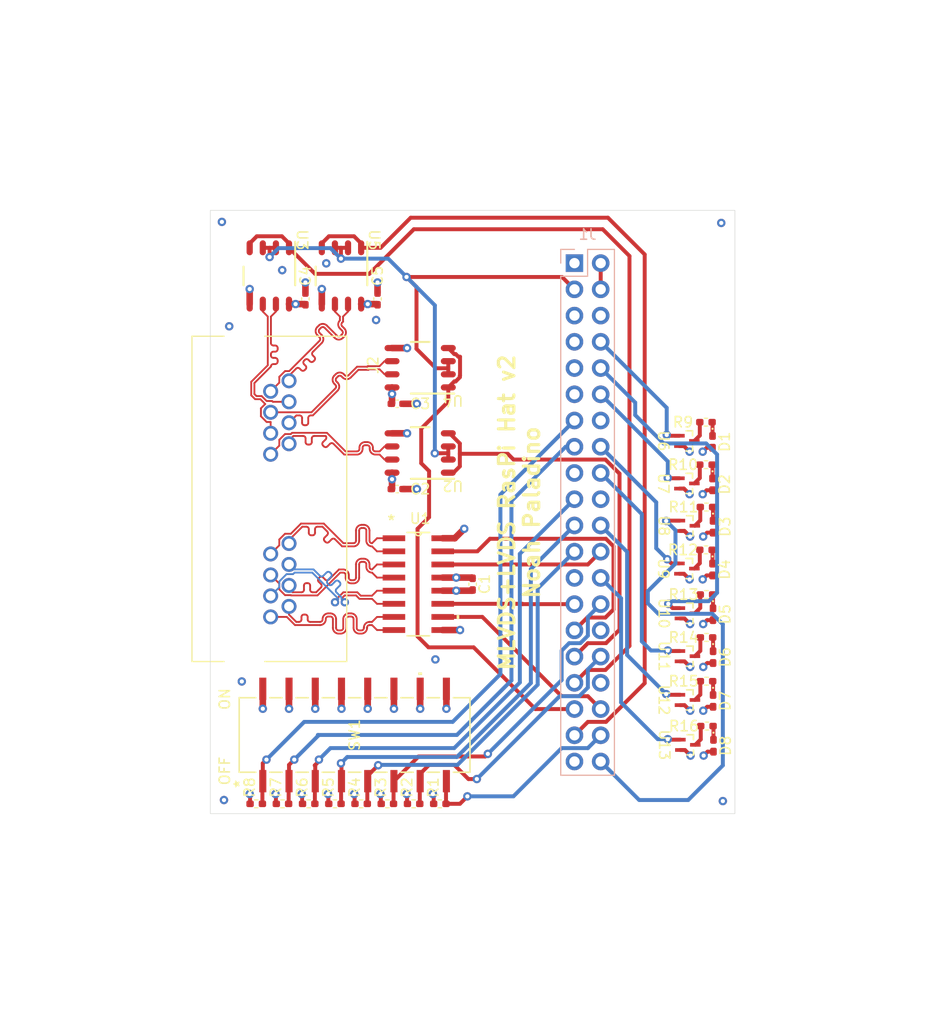
<source format=kicad_pcb>
(kicad_pcb (version 20241229) (generator "pcbnew") (generator_version "9.0")
  (title_block (title "LVDS RasPi Hat") (date "2025-03-20") (rev "2") (company "MIT") (comment 1 "Noah Paladino"))
  (layers (0 "F.Cu" signal) (4 "In1.Cu" signal) (6 "In2.Cu" signal) (2 "B.Cu" signal) (13 "F.Paste" user) (15 "B.Paste" user) (5 "F.SilkS" user "F.Silkscreen") (7 "B.SilkS" user "B.Silkscreen") (1 "F.Mask" user) (3 "B.Mask" user) (25 "Edge.Cuts" user))
  (net 0 "")
  (net 1 "GND")
  (net 2 "/Trigger Interface/D1+")
  (net 3 "/Trigger Interface/D3+")
  (net 4 "/Trigger Interface/D1-")
  (net 5 "/Trigger Interface/D4-")
  (net 6 "/Trigger Interface/D2+")
  (net 7 "/Trigger Interface/D4+")
  (net 8 "/Trigger Interface/D3-")
  (net 9 "/Trigger Interface/D2-")
  (net 10 "/Trigger Interface/S3+")
  (net 11 "/Trigger Interface/S4+")
  (net 12 "/Trigger Interface/S1-")
  (net 13 "/Trigger Interface/S3-")
  (net 14 "/Trigger Interface/S1+")
  (net 15 "/Trigger Interface/S2-")
  (net 16 "/Trigger Interface/S2+")
  (net 17 "/Trigger Interface/S4-")
  (net 18 "/TS_BUS_SEL")
  (net 19 "/NIM1")
  (net 20 "/NIM3")
  (net 21 "+5V")
  (net 23 "/TS_BUS3")
  (net 25 "/NIM0")
  (net 26 "/TS_BUS0")
  (net 28 "/TS_BUS1")
  (net 29 "/TS_BUS2")
  (net 30 "+3V3")
  (net 31 "/NIM2")
  (net 32 "Net-(D1-K)")
  (net 33 "Net-(D2-K)")
  (net 34 "Net-(D3-K)")
  (net 35 "Net-(D4-K)")
  (net 36 "Net-(D5-K)")
  (net 37 "Net-(D6-K)")
  (net 38 "Net-(D7-K)")
  (net 39 "Net-(D8-K)")
  (net 40 "/CONFIG4")
  (net 41 "/CONFIG3")
  (net 42 "/CONFIG14")
  (net 43 "/CONFIG8")
  (net 44 "/CONFIG15")
  (net 45 "/CONFIG9")
  (net 46 "/CONFIG6")
  (net 47 "/CONFIG5")
  (net 48 "/CONFIG13")
  (net 49 "/CONFIG2")
  (net 50 "/CONFIG10")
  (net 51 "/CONFIG11")
  (net 52 "/CONFIG0")
  (net 53 "/CONFIG12")
  (net 54 "/CONFIG7")
  (net 55 "/CONFIG1")
  (net 56 "Net-(R9-Pad1)")
  (net 57 "Net-(R10-Pad1)")
  (net 58 "Net-(R11-Pad1)")
  (net 59 "Net-(R12-Pad1)")
  (net 60 "Net-(R13-Pad1)")
  (net 61 "Net-(R14-Pad1)")
  (net 62 "Net-(R15-Pad1)")
  (net 63 "Net-(R16-Pad1)")
  (footprint "Resistor_SMD:R_0402_1005Metric_Pad0.72x0.64mm_HandSolder" (layer "F.Cu") (at 111.49755 96.37365)
    (property "Reference" "R12")
    (property "Value" "R470")
  )
  (footprint "LED_SMD:LED_0402_1005Metric_Pad0.77x0.64mm_HandSolder" (layer "F.Cu") (at 112.2247 115.3433 -90)
    (property "Reference" "D8")
    (property "Value" "LED")
  )
  (footprint "Resistor_SMD:R_0402_1005Metric_Pad0.72x0.64mm_HandSolder" (layer "F.Cu") (at 67.945 120.9675)
    (property "Reference" "R8")
    (property "Value" "R4.7k")
  )
  (footprint "LED_SMD:LED_0402_1005Metric_Pad0.77x0.64mm_HandSolder" (layer "F.Cu") (at 112.1872 110.9983 -90)
    (property "Reference" "D7")
    (property "Value" "LED")
  )
  (footprint "Resistor_SMD:R_0402_1005Metric_Pad0.72x0.64mm_HandSolder" (layer "F.Cu") (at 85.725 120.9675)
    (property "Reference" "R1")
    (property "Value" "R4.7k")
  )
  (footprint "Capacitor_SMD:C_0402_1005Metric_Pad0.74x0.62mm_HandSolder" (layer "F.Cu") (at 81.5975 82.2325)
    (property "Reference" "C3")
    (property "Value" "C100n")
  )
  (footprint "Resistor_SMD:R_0402_1005Metric_Pad0.72x0.64mm_HandSolder" (layer "F.Cu") (at 83.185 120.9675)
    (property "Reference" "R2")
    (property "Value" "R4.7k")
  )
  (footprint "Resistor_SMD:R_0402_1005Metric_Pad0.72x0.64mm_HandSolder" (layer "F.Cu") (at 78.105 120.9675)
    (property "Reference" "R4")
    (property "Value" "R4.7k")
  )
  (footprint "Resistor_SMD:R_0402_1005Metric_Pad0.72x0.64mm_HandSolder" (layer "F.Cu") (at 111.5447 100.7008)
    (property "Reference" "R13")
    (property "Value" "R470")
  )
  (footprint "DMN26D0UT_7:DMN26D0UT-7_PER" (layer "F.Cu") (at 109.7051 106.6717 -90)
    (property "Reference" "U11")
    (property "Value" "DMN26D0UT-7")
  )
  (footprint "Resistor_SMD:R_0402_1005Metric_Pad0.72x0.64mm_HandSolder" (layer "F.Cu") (at 111.5522 104.8556)
    (property "Reference" "R14")
    (property "Value" "R470")
  )
  (footprint "SN65MLVD206BD:D0008A_N" (layer "F.Cu") (at 76.2 69.85 -90)
    (property "Reference" "U5")
    (property "Value" "SN65MLVD206BD")
  )
  (footprint "Resistor_SMD:R_0402_1005Metric_Pad0.72x0.64mm_HandSolder" (layer "F.Cu") (at 70.485 120.9675)
    (property "Reference" "R7")
    (property "Value" "R4.7k")
  )
  (footprint "LED_SMD:LED_0402_1005Metric_Pad0.77x0.64mm_HandSolder" (layer "F.Cu") (at 112.1797 94.1324 -90)
    (property "Reference" "D3")
    (property "Value" "LED")
  )
  (footprint "SN65MLVD206BD:D0008A_N" (layer "F.Cu") (at 69.215 69.85 -90)
    (property "Reference" "U3")
    (property "Value" "SN65MLVD206BD")
  )
  (footprint "Resistor_SMD:R_0402_1005Metric_Pad0.72x0.64mm_HandSolder" (layer "F.Cu") (at 111.5447 92.2274)
    (property "Reference" "R11")
    (property "Value" "R470")
  )
  (footprint "SN65LVDT348D:D16" (layer "F.Cu") (at 83.6422 99.695)
    (property "Reference" "U1")
    (property "Value" "SN65LVDT348D")
  )
  (footprint "Resistor_SMD:R_0402_1005Metric_Pad0.72x0.64mm_HandSolder" (layer "F.Cu") (at 80.645 120.9675)
    (property "Reference" "R3")
    (property "Value" "R4.7k")
  )
  (footprint "Resistor_SMD:R_0402_1005Metric_Pad0.72x0.64mm_HandSolder" (layer "F.Cu") (at 73.025 120.9675)
    (property "Reference" "R6")
    (property "Value" "R4.7k")
  )
  (footprint "DMN26D0UT_7:DMN26D0UT-7_PER" (layer "F.Cu") (at 109.6976 102.5169 -90)
    (property "Reference" "U10")
    (property "Value" "DMN26D0UT-7")
  )
  (footprint "DMN26D0UT_7:DMN26D0UT-7_PER" (layer "F.Cu") (at 109.6976 94.0435 -90)
    (property "Reference" "U8")
    (property "Value" "DMN26D0UT-7")
  )
  (footprint "Resistor_SMD:R_0402_1005Metric_Pad0.72x0.64mm_HandSolder" (layer "F.Cu") (at 75.565 120.9675)
    (property "Reference" "R5")
    (property "Value" "R4.7k")
  )
  (footprint "LED_SMD:LED_0402_1005Metric_Pad0.77x0.64mm_HandSolder" (layer "F.Cu") (at 112.13255 98.27865 -90)
    (property "Reference" "D4")
    (property "Value" "LED")
  )
  (footprint "Resistor_SMD:R_0402_1005Metric_Pad0.72x0.64mm_HandSolder" (layer "F.Cu") (at 111.49755 84.0099)
    (property "Reference" "R9")
    (property "Value" "R470")
  )
  (footprint "LED_SMD:LED_0402_1005Metric_Pad0.77x0.64mm_HandSolder" (layer "F.Cu") (at 112.1872 106.7606 -90)
    (property "Reference" "D6")
    (property "Value" "LED")
  )
  (footprint "Capacitor_SMD:C_0402_1005Metric_Pad0.74x0.62mm_HandSolder" (layer "F.Cu") (at 72.7075 72.0725 90)
    (property "Reference" "C4")
    (property "Value" "C100n")
  )
  (footprint "LED_SMD:LED_0402_1005Metric_Pad0.77x0.64mm_HandSolder" (layer "F.Cu") (at 112.13255 90.0322 -90)
    (property "Reference" "D2")
    (property "Value" "LED")
  )
  (footprint "Resistor_SMD:R_0402_1005Metric_Pad0.72x0.64mm_HandSolder" (layer "F.Cu") (at 111.5897 113.4383)
    (property "Reference" "R16")
    (property "Value" "R470")
  )
  (footprint "SN65MLVD206BD:D0008A_N" (layer "F.Cu") (at 83.82 78.74 180)
    (property "Reference" "U4")
    (property "Value" "SN65MLVD206BD")
  )
  (footprint "Capacitor_SMD:C_0402_1005Metric_Pad0.74x0.62mm_HandSolder" (layer "F.Cu") (at 81.5975 90.4875)
    (property "Reference" "C2")
    (property "Value" "C100n")
  )
  (footprint "DMN26D0UT_7:DMN26D0UT-7_PER" (layer "F.Cu") (at 109.65045 85.826 -90)
    (property "Reference" "U6")
    (property "Value" "DMN26D0UT-7")
  )
  (footprint "DMN26D0UT_7:DMN26D0UT-7_PER" (layer "F.Cu") (at 109.65045 89.9433 -90)
    (property "Reference" "U7")
    (property "Value" "DMN26D0UT-7")
  )
  (footprint "Resistor_SMD:R_0402_1005Metric_Pad0.72x0.64mm_HandSolder" (layer "F.Cu") (at 111.5522 109.0933)
    (property "Reference" "R15")
    (property "Value" "R470")
  )
  (footprint "DMN26D0UT_7:DMN26D0UT-7_PER" (layer "F.Cu") (at 109.7051 110.9094 -90)
    (property "Reference" "U12")
    (property "Value" "DMN26D0UT-7")
  )
  (footprint "219_8LPST:219-8LPST_CTS-M" (layer "F.Cu") (at 77.47 114.3 90)
    (property "Reference" "SW1")
    (property "Value" "SW_DIP_x08")
  )
  (footprint "LED_SMD:LED_0402_1005Metric_Pad0.77x0.64mm_HandSolder" (layer "F.Cu") (at 112.13255 85.9149 -90)
    (property "Reference" "D1")
    (property "Value" "LED")
  )
  (footprint "DMN26D0UT_7:DMN26D0UT-7_PER" (layer "F.Cu") (at 109.7426 115.2544 -90)
    (property "Reference" "U13")
    (property "Value" "DMN26D0UT-7")
  )
  (footprint "RJHSE508002:AMPHENOL_RJHSE508002" (layer "F.Cu") (at 66.8 91.44 -90)
    (property "Reference" "J2")
    (property "Value" "RJHSE508002")
  )
  (footprint "DMN26D0UT_7:DMN26D0UT-7_PER" (layer "F.Cu") (at 109.65045 98.18975 -90)
    (property "Reference" "U9")
    (property "Value" "DMN26D0UT-7")
  )
  (footprint "Capacitor_SMD:C_0402_1005Metric_Pad0.74x0.62mm_HandSolder" (layer "F.Cu") (at 79.6925 72.0725 90)
    (property "Reference" "C5")
    (property "Value" "C100n")
  )
  (footprint "Resistor_SMD:R_0402_1005Metric_Pad0.72x0.64mm_HandSolder" (layer "F.Cu") (at 111.49755 88.1272)
    (property "Reference" "R10")
    (property "Value" "R470")
  )
  (footprint "Capacitor_SMD:C_0402_1005Metric_Pad0.74x0.62mm_HandSolder" (layer "F.Cu") (at 88.9 99.695 -90)
    (property "Reference" "C1")
    (property "Value" "C100n")
  )
  (footprint "SN65MLVD206BD:D0008A_N" (layer "F.Cu") (at 83.82 86.995 180)
    (property "Reference" "U2")
    (property "Value" "SN65MLVD206BD")
  )
  (footprint "LED_SMD:LED_0402_1005Metric_Pad0.77x0.64mm_HandSolder" (layer "F.Cu") (at 112.1797 102.6058 -90)
    (property "Reference" "D5")
    (property "Value" "LED")
  )
  (footprint "Connector_PinSocket_2.54mm:PinSocket_2x20_P2.54mm_Vertical" (layer "B.Cu") (at 98.7625 68.61 180)
    (property "Reference" "J1")
    (property "Value" "Raspberry_Pi_2_3")
  )
  (gr_rect (start 63.5 63.5) (end 114.3 121.92) (stroke (width 0.05)) (fill no) (layer "Edge.Cuts"))
  (gr_text "MLVDS+LVDS RasPi Hat v${REVISION}\nNoah Paladino" (at 93.4212 92.7608 90) (layer "F.SilkS") (effects (font (size 1.5 1.5) (thickness 0.3) (bold yes))))
  (segment (start 86.0044 104.14) (end 87.6808 104.14) (width 0.635) (layer "F.Cu") (net 1))
  (segment (start 109.460799 115.754399) (end 110.0022 116.2958) (width 0.381) (layer "F.Cu") (net 1))
  (segment (start 109.423299 107.171699) (end 109.9647 107.7131) (width 0.381) (layer "F.Cu") (net 1))
  (segment (start 109.423299 111.409399) (end 109.9647 111.9508) (width 0.381) (layer "F.Cu") (net 1))
  (segment (start 109.415799 103.016899) (end 109.9572 103.5583) (width 0.381) (layer "F.Cu") (net 1))
  (segment (start 109.368649 98.689749) (end 109.91005 99.23115) (width 0.381) (layer "F.Cu") (net 1))
  (segment (start 109.368649 90.443299) (end 109.91005 90.9847) (width 0.381) (layer "F.Cu") (net 1))
  (segment (start 109.415799 94.543499) (end 109.9572 95.0849) (width 0.381) (layer "F.Cu") (net 1))
  (segment (start 109.368649 86.325999) (end 109.91005 86.8674) (width 0.381) (layer "F.Cu") (net 1))
  (segment (start 67.31 72.574998) (end 67.31 71.12) (width 0.635) (layer "F.Cu") (net 1))
  (segment (start 83.82 109.8296) (end 83.82 111.76) (width 0.635) (layer "F.Cu") (net 1))
  (segment (start 74.295 72.574998) (end 74.295 71.12) (width 0.635) (layer "F.Cu") (net 1))
  (segment (start 78.74 109.8296) (end 78.74 111.76) (width 0.635) (layer "F.Cu") (net 1))
  (segment (start 79.6925 71.505) (end 79.6925 70.485) (width 0.635) (layer "F.Cu") (net 1))
  (segment (start 71.12 109.8296) (end 71.12 111.76) (width 0.635) (layer "F.Cu") (net 1))
  (segment (start 73.66 109.8296) (end 73.66 111.76) (width 0.635) (layer "F.Cu") (net 1))
  (segment (start 82.165 90.4875) (end 83.5025 90.4875) (width 0.635) (layer "F.Cu") (net 1))
  (segment (start 68.58 109.8296) (end 68.58 111.76) (width 0.635) (layer "F.Cu") (net 1))
  (segment (start 108.92655 86.325999) (end 109.368649 86.325999) (width 0.381) (layer "F.Cu") (net 1))
  (segment (start 109.0187 115.754399) (end 109.460799 115.754399) (width 0.381) (layer "F.Cu") (net 1))
  (segment (start 108.9812 111.409399) (end 109.423299 111.409399) (width 0.381) (layer "F.Cu") (net 1))
  (segment (start 108.9737 103.016899) (end 109.415799 103.016899) (width 0.381) (layer "F.Cu") (net 1))
  (segment (start 108.9812 107.171699) (end 109.423299 107.171699) (width 0.381) (layer "F.Cu") (net 1))
  (segment (start 108.92655 98.689749) (end 109.368649 98.689749) (width 0.381) (layer "F.Cu") (net 1))
  (segment (start 108.92655 90.443299) (end 109.368649 90.443299) (width 0.381) (layer "F.Cu") (net 1))
  (segment (start 108.9737 94.543499) (end 109.415799 94.543499) (width 0.381) (layer "F.Cu") (net 1))
  (segment (start 81.095002 76.835) (end 82.55 76.835) (width 0.635) (layer "F.Cu") (net 1))
  (segment (start 76.2 109.8296) (end 76.2 111.76) (width 0.635) (layer "F.Cu") (net 1))
  (segment (start 86.0044 100.33) (end 87.3125 100.33) (width 0.635) (layer "F.Cu") (net 1))
  (segment (start 86.36 109.8296) (end 86.36 111.76) (width 0.635) (layer "F.Cu") (net 1))
  (segment (start 81.28 109.8296) (end 81.28 111.76) (width 0.635) (layer "F.Cu") (net 1))
  (segment (start 82.165 82.2325) (end 83.5025 82.2325) (width 0.635) (layer "F.Cu") (net 1))
  (segment (start 72.7075 71.505) (end 72.7075 70.485) (width 0.635) (layer "F.Cu") (net 1))
  (segment (start 87.3125 100.33) (end 88.8325 100.33) (width 0.635) (layer "F.Cu") (net 1))
  (segment (start 88.8325 100.33) (end 88.9 100.2625) (width 0.635) (layer "F.Cu") (net 1))
  (segment (start 81.095002 85.09) (end 82.55 85.09) (width 0.635) (layer "F.Cu") (net 1))
  (via (at 78.74 111.76) (size 0.8128) (drill 0.4064) (layers "F.Cu" "B.Cu") (net 1))
  (via (at 71.12 111.76) (size 0.8128) (drill 0.4064) (layers "F.Cu" "B.Cu") (net 1))
  (via (at 82.55 76.835) (size 0.8128) (drill 0.4064) (layers "F.Cu" "B.Cu") (net 1))
  (via (at 72.7075 70.485) (size 0.8128) (drill 0.4064) (layers "F.Cu" "B.Cu") (net 1))
  (via (at 109.9647 107.7131) (size 0.8128) (drill 0.4064) (layers "F.Cu" "B.Cu") (net 1))
  (via (at 109.91005 86.8674) (size 0.8128) (drill 0.4064) (layers "F.Cu" "B.Cu") (net 1))
  (via (at 110.0022 116.2958) (size 0.8128) (drill 0.4064) (layers "F.Cu" "B.Cu") (net 1))
  (via (at 109.9572 103.5583) (size 0.8128) (drill 0.4064) (layers "F.Cu" "B.Cu") (net 1))
  (via (at 109.9647 111.9508) (size 0.8128) (drill 0.4064) (layers "F.Cu" "B.Cu") (net 1))
  (via (at 109.91005 99.23115) (size 0.8128) (drill 0.4064) (layers "F.Cu" "B.Cu") (net 1))
  (via (at 109.9572 95.0849) (size 0.8128) (drill 0.4064) (layers "F.Cu" "B.Cu") (net 1))
  (via (at 109.91005 90.9847) (size 0.8128) (drill 0.4064) (layers "F.Cu" "B.Cu") (net 1))
  (via (at 82.55 85.09) (size 0.8128) (drill 0.4064) (layers "F.Cu" "B.Cu") (net 1))
  (via (at 85.2932 106.9848) (size 0.8128) (drill 0.4064) (layers "F.Cu" "B.Cu") (net 1))
  (via (at 64.6176 64.6176) (size 0.8128) (drill 0.4064) (layers "F.Cu" "B.Cu") (net 1))
  (via (at 87.3125 100.33) (size 0.8128) (drill 0.4064) (layers "F.Cu" "B.Cu") (net 1))
  (via (at 87.6808 104.14) (size 0.8128) (drill 0.4064) (layers "F.Cu" "B.Cu") (net 1))
  (via (at 66.548 109.1184) (size 0.8128) (drill 0.4064) (layers "F.Cu" "B.Cu") (net 1))
  (via (at 70.4596 69.2912) (size 0.8128) (drill 0.4064) (layers "F.Cu" "B.Cu") (net 1))
  (via (at 113.1316 120.7008) (size 0.8128) (drill 0.4064) (layers "F.Cu" "B.Cu") (net 1))
  (via (at 68.58 111.76) (size 0.8128) (drill 0.4064) (layers "F.Cu" "B.Cu") (net 1))
  (via (at 67.31 71.12) (size 0.8128) (drill 0.4064) (layers "F.Cu" "B.Cu") (net 1))
  (via (at 74.7268 68.6308) (size 0.8128) (drill 0.4064) (layers "F.Cu" "B.Cu") (net 1))
  (via (at 65.3288 74.7268) (size 0.8128) (drill 0.4064) (layers "F.Cu" "B.Cu") (net 1))
  (via (at 64.8208 120.5992) (size 0.8128) (drill 0.4064) (layers "F.Cu" "B.Cu") (net 1))
  (via (at 76.2 111.76) (size 0.8128) (drill 0.4064) (layers "F.Cu" "B.Cu") (net 1))
  (via (at 74.295 71.12) (size 0.8128) (drill 0.4064) (layers "F.Cu" "B.Cu") (net 1))
  (via (at 83.5025 82.2325) (size 0.8128) (drill 0.4064) (layers "F.Cu" "B.Cu") (net 1))
  (via (at 79.6925 70.485) (size 0.8128) (drill 0.4064) (layers "F.Cu" "B.Cu") (net 1))
  (via (at 86.36 111.76) (size 0.8128) (drill 0.4064) (layers "F.Cu" "B.Cu") (net 1))
  (via (at 112.9792 64.7192) (size 0.8128) (drill 0.4064) (layers "F.Cu" "B.Cu") (net 1))
  (via (at 83.5025 90.4875) (size 0.8128) (drill 0.4064) (layers "F.Cu" "B.Cu") (net 1))
  (via (at 81.28 111.76) (size 0.8128) (drill 0.4064) (layers "F.Cu" "B.Cu") (net 1))
  (via (at 73.66 111.76) (size 0.8128) (drill 0.4064) (layers "F.Cu" "B.Cu") (net 1))
  (via (at 83.82 111.76) (size 0.8128) (drill 0.4064) (layers "F.Cu" "B.Cu") (net 1))
  (via (at 79.5528 74.1172) (size 0.8128) (drill 0.4064) (layers "F.Cu" "B.Cu") (net 1))
  (segment (start 76.593326 86.8426) (end 74.789926 85.0392) (width 0.17526) (layer "F.Cu") (net 2))
  (segment (start 70.18037 85.711792) (end 70.18037 86.27663) (width 0.17526) (layer "F.Cu") (net 2))
  (segment (start 71.4178 85.0392) (end 71.29563 85.16137) (width 0.17526) (layer "F.Cu") (net 2))
  (segment (start 77.936722 86.489754) (end 77.936722 86.595) (width 0.17526) (layer "F.Cu") (net 2))
  (segment (start 78.689122 85.937354) (end 78.489122 85.937354) (width 0.17526) (layer "F.Cu") (net 2))
  (segment (start 74.789926 85.0392) (end 71.4178 85.0392) (width 0.17526) (layer "F.Cu") (net 2))
  (segment (start 81.095002 86.36) (end 80.370002 86.36) (width 0.17526) (layer "F.Cu") (net 2))
  (segment (start 71.29563 85.16137) (end 70.730792 85.16137) (width 0.17526) (layer "F.Cu") (net 2))
  (segment (start 79.241522 86.595) (end 79.241522 86.489754) (width 0.17526) (layer "F.Cu") (net 2))
  (segment (start 79.887402 86.8426) (end 79.489122 86.8426) (width 0.17526) (layer "F.Cu") (net 2))
  (segment (start 70.18037 86.27663) (end 69.34 87.117) (width 0.17526) (layer "F.Cu") (net 2))
  (segment (start 80.370002 86.36) (end 79.887402 86.8426) (width 0.17526) (layer "F.Cu") (net 2))
  (segment (start 70.730792 85.16137) (end 70.18037 85.711792) (width 0.17526) (layer "F.Cu") (net 2))
  (segment (start 76.593326 86.8426) (end 77.689122 86.8426) (width 0.17526) (layer "F.Cu") (net 2))
  (arc (start 78.489122 85.937354) (mid 78.098516 86.099148) (end 77.936722 86.489754) (width 0.17526) (layer "F.Cu") (net 2))
  (arc (start 77.936722 86.595) (mid 77.864202 86.77008) (end 77.689122 86.8426) (width 0.17526) (layer "F.Cu") (net 2))
  (arc (start 79.489122 86.8426) (mid 79.314042 86.77008) (end 79.241522 86.595) (width 0.17526) (layer "F.Cu") (net 2))
  (arc (start 79.241522 86.489754) (mid 79.079728 86.099148) (end 78.689122 85.937354) (width 0.17526) (layer "F.Cu") (net 2))
  (segment (start 77.711674 78.6384) (end 76.879637 79.470437) (width 0.17526) (layer "F.Cu") (net 3))
  (segment (start 78.6892 78.6384) (end 77.711674 78.6384) (width 0.17526) (layer "F.Cu") (net 3))
  (segment (start 79.887402 78.5876) (end 78.74 78.5876) (width 0.17526) (layer "F.Cu") (net 3))
  (segment (start 75.642385 79.364556) (end 75.500963 79.505977) (width 0.17526) (layer "F.Cu") (net 3))
  (segment (start 80.370002 78.105) (end 79.887402 78.5876) (width 0.17526) (layer "F.Cu") (net 3))
  (segment (start 73.297074 83.053) (end 75.465424 80.884651) (width 0.17526) (layer "F.Cu") (net 3))
  (segment (start 76.529476 79.470437) (end 76.423595 79.364556) (width 0.17526) (layer "F.Cu") (net 3))
  (segment (start 75.606843 80.743227) (end 75.465424 80.884651) (width 0.17526) (layer "F.Cu") (net 3))
  (segment (start 75.500963 80.287187) (end 75.606843 80.393067) (width 0.17526) (layer "F.Cu") (net 3))
  (segment (start 81.095002 78.105) (end 80.370002 78.105) (width 0.17526) (layer "F.Cu") (net 3))
  (segment (start 78.74 78.5876) (end 78.6892 78.6384) (width 0.17526) (layer "F.Cu") (net 3))
  (segment (start 73.297074 83.053) (end 69.34 83.053) (width 0.17526) (layer "F.Cu") (net 3))
  (arc (start 75.500963 79.505977) (mid 75.339169 79.896582) (end 75.500963 80.287187) (width 0.17526) (layer "F.Cu") (net 3))
  (arc (start 76.423595 79.364556) (mid 76.03299 79.202762) (end 75.642385 79.364556) (width 0.17526) (layer "F.Cu") (net 3))
  (arc (start 75.606843 80.393067) (mid 75.679364 80.568147) (end 75.606843 80.743227) (width 0.17526) (layer "F.Cu") (net 3))
  (arc (start 76.879637 79.470437) (mid 76.704556 79.542958) (end 76.529476 79.470437) (width 0.17526) (layer "F.Cu") (net 3))
  (segment (start 78.241522 86.489754) (end 78.241522 86.595) (width 0.17526) (layer "F.Cu") (net 4))
  (segment (start 81.095002 87.63) (end 80.370002 87.63) (width 0.17526) (layer "F.Cu") (net 4))
  (segment (start 73.563571 85.344) (end 74.663674 85.344) (width 0.17526) (layer "F.Cu") (net 4))
  (segment (start 71.12 86.101) (end 71.12 85.768053) (width 0.17526) (layer "F.Cu") (net 4))
  (segment (start 72.963571 86.180247) (end 73.083571 86.180247) (width 0.17526) (layer "F.Cu") (net 4))
  (segment (start 74.411747 86.274748) (end 74.496599 86.3596) (width 0.17526) (layer "F.Cu") (net 4))
  (segment (start 75.427348 86.107673) (end 76.467074 87.1474) (width 0.17526) (layer "F.Cu") (net 4))
  (segment (start 78.689122 86.242154) (end 78.489122 86.242154) (width 0.17526) (layer "F.Cu") (net 4))
  (segment (start 72.723571 85.584) (end 72.723571 85.940247) (width 0.17526) (layer "F.Cu") (net 4))
  (segment (start 73.323571 85.940247) (end 73.323571 85.584) (width 0.17526) (layer "F.Cu") (net 4))
  (segment (start 79.887402 87.1474) (end 79.489122 87.1474) (width 0.17526) (layer "F.Cu") (net 4))
  (segment (start 74.836011 86.3596) (end 75.087937 86.107673) (width 0.17526) (layer "F.Cu") (net 4))
  (segment (start 71.12 85.768053) (end 71.544053 85.344) (width 0.17526) (layer "F.Cu") (net 4))
  (segment (start 71.544053 85.344) (end 72.483571 85.344) (width 0.17526) (layer "F.Cu") (net 4))
  (segment (start 76.467074 87.1474) (end 77.689122 87.1474) (width 0.17526) (layer "F.Cu") (net 4))
  (segment (start 80.370002 87.63) (end 79.887402 87.1474) (width 0.17526) (layer "F.Cu") (net 4))
  (segment (start 78.936722 86.595) (end 78.936722 86.489754) (width 0.17526) (layer "F.Cu") (net 4))
  (segment (start 74.663674 85.683411) (end 74.411747 85.935337) (width 0.17526) (layer "F.Cu") (net 4))
  (arc (start 72.483571 85.344) (mid 72.653277 85.414294) (end 72.723571 85.584) (width 0.17526) (layer "F.Cu") (net 4))
  (arc (start 74.496599 86.3596) (mid 74.666305 86.429895) (end 74.836011 86.3596) (width 0.17526) (layer "F.Cu") (net 4))
  (arc (start 78.489122 86.242154) (mid 78.314042 86.314674) (end 78.241522 86.489754) (width 0.17526) (layer "F.Cu") (net 4))
  (arc (start 74.663674 85.344) (mid 74.733968 85.513706) (end 74.663674 85.683411) (width 0.17526) (layer "F.Cu") (net 4))
  (arc (start 73.323571 85.584) (mid 73.393865 85.414294) (end 73.563571 85.344) (width 0.17526) (layer "F.Cu") (net 4))
  (arc (start 74.411747 85.935337) (mid 74.341453 86.105042) (end 74.411747 86.274748) (width 0.17526) (layer "F.Cu") (net 4))
  (arc (start 72.723571 85.940247) (mid 72.793865 86.109953) (end 72.963571 86.180247) (width 0.17526) (layer "F.Cu") (net 4))
  (arc (start 78.936722 86.489754) (mid 78.864202 86.314674) (end 78.689122 86.242154) (width 0.17526) (layer "F.Cu") (net 4))
  (arc (start 75.087937 86.107673) (mid 75.257642 86.037379) (end 75.427348 86.107673) (width 0.17526) (layer "F.Cu") (net 4))
  (arc (start 78.241522 86.595) (mid 78.079728 86.985606) (end 77.689122 87.1474) (width 0.17526) (layer "F.Cu") (net 4))
  (arc (start 73.083571 86.180247) (mid 73.253277 86.109953) (end 73.323571 85.940247) (width 0.17526) (layer "F.Cu") (net 4))
  (arc (start 79.489122 87.1474) (mid 79.098516 86.985606) (end 78.936722 86.595) (width 0.17526) (layer "F.Cu") (net 4))
  (segment (start 72.151374 78.822363) (end 72.297173 78.968162) (width 0.17526) (layer "F.Cu") (net 5))
  (segment (start 74.565415 74.868914) (end 75.549865 75.853365) (width 0.17526) (layer "F.Cu") (net 5))
  (segment (start 76.835 72.574998) (end 76.835 73.299998) (width 0.17526) (layer "F.Cu") (net 5))
  (segment (start 76.835 73.299998) (end 76.3524 73.782598) (width 0.17526) (layer "F.Cu") (net 5))
  (segment (start 70.890401 79.743925) (end 71.811963 78.822363) (width 0.17526) (layer "F.Cu") (net 5))
  (segment (start 72.721437 78.543897) (end 72.575637 78.398097) (width 0.17526) (layer "F.Cu") (net 5))
  (segment (start 72.999903 77.973834) (end 73.145694 78.119625) (width 0.17526) (layer "F.Cu") (net 5))
  (segment (start 74.215255 74.868914) (end 74.073833 75.010335) (width 0.17526) (layer "F.Cu") (net 5))
  (segment (start 76.3524 73.782598) (end 76.3524 74.281926) (width 0.17526) (layer "F.Cu") (net 5))
  (segment (start 73.569957 77.69536) (end 73.424165 77.549568) (width 0.17526) (layer "F.Cu") (net 5))
  (segment (start 73.485105 78.119625) (end 73.569957 78.034772) (width 0.17526) (layer "F.Cu") (net 5))
  (segment (start 71.12 80.005) (end 70.890401 79.775401) (width 0.17526) (layer "F.Cu") (net 5))
  (segment (start 73.980725 76.653601) (end 74.283224 76.351098) (width 0.17526) (layer "F.Cu") (net 5))
  (segment (start 74.073833 75.360496) (end 74.283224 75.569887) (width 0.17526) (layer "F.Cu") (net 5))
  (segment (start 76.3524 74.281926) (end 76.263126 74.3712) (width 0.17526) (layer "F.Cu") (net 5))
  (segment (start 73.424165 77.210157) (end 73.50902 77.125305) (width 0.17526) (layer "F.Cu") (net 5))
  (segment (start 70.890401 79.775401) (end 70.890401 79.743925) (width 0.17526) (layer "F.Cu") (net 5))
  (segment (start 72.636585 78.968162) (end 72.721437 78.883309) (width 0.17526) (layer "F.Cu") (net 5))
  (segment (start 76.472496 75.711943) (end 76.331075 75.853365) (width 0.17526) (layer "F.Cu") (net 5))
  (segment (start 76.263125 74.721362) (end 76.472496 74.930733) (width 0.17526) (layer "F.Cu") (net 5))
  (segment (start 72.575637 78.058685) (end 72.660492 77.973834) (width 0.17526) (layer "F.Cu") (net 5))
  (segment (start 73.50902 77.125305) (end 73.980725 76.653601) (width 0.17526) (layer "F.Cu") (net 5))
  (arc (start 76.331075 75.853365) (mid 75.940469 76.01516) (end 75.549865 75.853365) (width 0.17526) (layer "F.Cu") (net 5))
  (arc (start 72.660492 77.973834) (mid 72.830197 77.90354) (end 72.999903 77.973834) (width 0.17526) (layer "F.Cu") (net 5))
  (arc (start 72.575637 78.398097) (mid 72.505342 78.228391) (end 72.575637 78.058685) (width 0.17526) (layer "F.Cu") (net 5))
  (arc (start 74.283224 75.569887) (mid 74.445018 75.960493) (end 74.283224 76.351098) (width 0.17526) (layer "F.Cu") (net 5))
  (arc (start 73.569957 78.034772) (mid 73.640252 77.865066) (end 73.569957 77.69536) (width 0.17526) (layer "F.Cu") (net 5))
  (arc (start 71.811963 78.822363) (mid 71.981668 78.752069) (end 72.151374 78.822363) (width 0.17526) (layer "F.Cu") (net 5))
  (arc (start 72.297173 78.968162) (mid 72.466879 79.038457) (end 72.636585 78.968162) (width 0.17526) (layer "F.Cu") (net 5))
  (arc (start 76.263126 74.3712) (mid 76.190605 74.546281) (end 76.263125 74.721362) (width 0.17526) (layer "F.Cu") (net 5))
  (arc (start 73.424165 77.549568) (mid 73.35387 77.379863) (end 73.424165 77.210157) (width 0.17526) (layer "F.Cu") (net 5))
  (arc (start 74.073833 75.010335) (mid 74.001312 75.185415) (end 74.073833 75.360496) (width 0.17526) (layer "F.Cu") (net 5))
  (arc (start 76.472496 74.930733) (mid 76.634291 75.321337) (end 76.472496 75.711943) (width 0.17526) (layer "F.Cu") (net 5))
  (arc (start 73.145694 78.119625) (mid 73.3154 78.189919) (end 73.485105 78.119625) (width 0.17526) (layer "F.Cu") (net 5))
  (arc (start 72.721437 78.883309) (mid 72.791732 78.713603) (end 72.721437 78.543897) (width 0.17526) (layer "F.Cu") (net 5))
  (arc (start 74.565415 74.868914) (mid 74.390335 74.796393) (end 74.215255 74.868914) (width 0.17526) (layer "F.Cu") (net 5))
  (segment (start 68.81165 82.252512) (end 68.40037 82.663792) (width 0.17526) (layer "F.Cu") (net 6))
  (segment (start 68.950792 83.99263) (end 69.34 83.99263) (width 0.17526) (layer "F.Cu") (net 6))
  (segment (start 67.838346 81.788) (end 68.347138 81.788) (width 0.17526) (layer "F.Cu") (net 6))
  (segment (start 68.40037 82.663792) (end 68.40037 83.442208) (width 0.17526) (layer "F.Cu") (net 6))
  (segment (start 67.4624 80.099274) (end 67.4624 81.412054) (width 0.17526) (layer "F.Cu") (net 6))
  (segment (start 69.0626 73.782598) (end 69.0626 78.499074) (width 0.17526) (layer "F.Cu") (net 6))
  (segment (start 67.4624 81.412054) (end 67.838346 81.788) (width 0.17526) (layer "F.Cu") (net 6))
  (segment (start 69.0626 78.499074) (end 67.4624 80.099274) (width 0.17526) (layer "F.Cu") (net 6))
  (segment (start 68.347138 81.788) (end 68.81165 82.252512) (width 0.17526) (layer "F.Cu") (net 6))
  (segment (start 68.40037 83.442208) (end 68.950792 83.99263) (width 0.17526) (layer "F.Cu") (net 6))
  (segment (start 68.58 72.574998) (end 68.58 73.299998) (width 0.17526) (layer "F.Cu") (net 6))
  (segment (start 69.34 83.99263) (end 69.34 85.085) (width 0.17526) (layer "F.Cu") (net 6))
  (segment (start 68.58 73.299998) (end 69.0626 73.782598) (width 0.17526) (layer "F.Cu") (net 6))
  (segment (start 70.730792 79.06537) (end 70.18037 79.615792) (width 0.17526) (layer "F.Cu") (net 7))
  (segment (start 74.78094 74.653389) (end 75.76539 75.63784) (width 0.17526) (layer "F.Cu") (net 7))
  (segment (start 73.858308 75.57602) (end 74.067699 75.785411) (width 0.17526) (layer "F.Cu") (net 7))
  (segment (start 71.137904 79.06537) (end 70.730792 79.06537) (width 0.17526) (layer "F.Cu") (net 7))
  (segment (start 70.18037 79.615792) (end 70.18037 80.18063) (width 0.17526) (layer "F.Cu") (net 7))
  (segment (start 74.067699 76.135572) (end 73.926279 76.276995) (width 0.17526) (layer "F.Cu") (net 7))
  (segment (start 73.99973 74.653389) (end 73.858308 74.79481) (width 0.17526) (layer "F.Cu") (net 7))
  (segment (start 76.0476 73.782598) (end 76.047601 74.155675) (width 0.17526) (layer "F.Cu") (net 7))
  (segment (start 76.256971 75.496418) (end 76.11555 75.63784) (width 0.17526) (layer "F.Cu") (net 7))
  (segment (start 75.565 73.299998) (end 76.0476 73.782598) (width 0.17526) (layer "F.Cu") (net 7))
  (segment (start 76.047601 74.936885) (end 76.256972 75.146256) (width 0.17526) (layer "F.Cu") (net 7))
  (segment (start 70.18037 80.18063) (end 69.34 81.021) (width 0.17526) (layer "F.Cu") (net 7))
  (segment (start 75.565 72.574998) (end 75.565 73.299998) (width 0.17526) (layer "F.Cu") (net 7))
  (segment (start 71.137904 79.06537) (end 73.926279 76.276995) (width 0.17526) (layer "F.Cu") (net 7))
  (arc (start 73.858308 74.79481) (mid 73.696514 75.185415) (end 73.858308 75.57602) (width 0.17526) (layer "F.Cu") (net 7))
  (arc (start 76.256972 75.146256) (mid 76.329492 75.321337) (end 76.256971 75.496418) (width 0.17526) (layer "F.Cu") (net 7))
  (arc (start 76.11555 75.63784) (mid 75.940469 75.710362) (end 75.76539 75.63784) (width 0.17526) (layer "F.Cu") (net 7))
  (arc (start 74.067699 75.785411) (mid 74.140219 75.960492) (end 74.067699 76.135572) (width 0.17526) (layer "F.Cu") (net 7))
  (arc (start 76.047601 74.155675) (mid 75.885806 74.546281) (end 76.047601 74.936885) (width 0.17526) (layer "F.Cu") (net 7))
  (arc (start 74.78094 74.653389) (mid 74.390335 74.491595) (end 73.99973 74.653389) (width 0.17526) (layer "F.Cu") (net 7))
  (segment (start 75.177941 81.603185) (end 75.822369 80.958753) (width 0.17526) (layer "F.Cu") (net 8))
  (segment (start 78.810739 78.9432) (end 77.837926 78.9432) (width 0.17526) (layer "F.Cu") (net 8))
  (segment (start 71.8312 83.3578) (end 72.142303 83.3578) (width 0.17526) (layer "F.Cu") (net 8))
  (segment (start 80.370002 79.375) (end 79.887402 78.8924) (width 0.17526) (layer "F.Cu") (net 8))
  (segment (start 72.982303 84.066529) (end 72.982303 83.5978) (width 0.17526) (layer "F.Cu") (net 8))
  (segment (start 77.837926 78.9432) (end 77.095163 79.685963) (width 0.17526) (layer "F.Cu") (net 8))
  (segment (start 76.313952 79.685962) (end 76.208071 79.580081) (width 0.17526) (layer "F.Cu") (net 8))
  (segment (start 75.857911 79.580081) (end 75.716489 79.721502) (width 0.17526) (layer "F.Cu") (net 8))
  (segment (start 73.222303 83.3578) (end 73.423326 83.3578) (width 0.17526) (layer "F.Cu") (net 8))
  (segment (start 79.887402 78.8924) (end 78.861539 78.8924) (width 0.17526) (layer "F.Cu") (net 8))
  (segment (start 72.622303 84.306529) (end 72.742303 84.306529) (width 0.17526) (layer "F.Cu") (net 8))
  (segment (start 71.12 84.069) (end 71.8312 83.3578) (width 0.17526) (layer "F.Cu") (net 8))
  (segment (start 75.716489 80.071663) (end 75.822369 80.177543) (width 0.17526) (layer "F.Cu") (net 8))
  (segment (start 78.861539 78.8924) (end 78.810739 78.9432) (width 0.17526) (layer "F.Cu") (net 8))
  (segment (start 77.095163 79.685963) (end 77.095162 79.685962) (width 0.17526) (layer "F.Cu") (net 8))
  (segment (start 73.423326 83.3578) (end 75.177941 81.603185) (width 0.17526) (layer "F.Cu") (net 8))
  (segment (start 72.382303 83.5978) (end 72.382303 84.066529) (width 0.17526) (layer "F.Cu") (net 8))
  (segment (start 81.095002 79.375) (end 80.370002 79.375) (width 0.17526) (layer "F.Cu") (net 8))
  (arc (start 77.095162 79.685962) (mid 76.704557 79.847756) (end 76.313952 79.685962) (width 0.17526) (layer "F.Cu") (net 8))
  (arc (start 75.716489 79.721502) (mid 75.643968 79.896582) (end 75.716489 80.071663) (width 0.17526) (layer "F.Cu") (net 8))
  (arc (start 72.742303 84.306529) (mid 72.912009 84.236235) (end 72.982303 84.066529) (width 0.17526) (layer "F.Cu") (net 8))
  (arc (start 72.982303 83.5978) (mid 73.052597 83.428094) (end 73.222303 83.3578) (width 0.17526) (layer "F.Cu") (net 8))
  (arc (start 72.142303 83.3578) (mid 72.312009 83.428094) (end 72.382303 83.5978) (width 0.17526) (layer "F.Cu") (net 8))
  (arc (start 75.822369 80.177543) (mid 75.984163 80.568148) (end 75.822369 80.958753) (width 0.17526) (layer "F.Cu") (net 8))
  (arc (start 76.208071 79.580081) (mid 76.032991 79.50756) (end 75.857911 79.580081) (width 0.17526) (layer "F.Cu") (net 8))
  (arc (start 72.382303 84.066529) (mid 72.452597 84.236235) (end 72.622303 84.306529) (width 0.17526) (layer "F.Cu") (net 8))
  (segment (start 68.473362 81.4832) (end 67.964598 81.4832) (width 0.17526) (layer "F.Cu") (net 9))
  (segment (start 70.018302 78.145326) (end 70.018302 78.025326) (width 0.17526) (layer "F.Cu") (net 9))
  (segment (start 67.7672 81.285802) (end 67.7672 80.225526) (width 0.17526) (layer "F.Cu") (net 9))
  (segment (start 67.7672 80.225526) (end 69.3674 78.625326) (width 0.17526) (layer "F.Cu") (net 9))
  (segment (start 69.3674 73.782598) (end 69.3674 76.345326) (width 0.17526) (layer "F.Cu") (net 9))
  (segment (start 67.964598 81.4832) (end 67.7672 81.285802) (width 0.17526) (layer "F.Cu") (net 9))
  (segment (start 69.778327 76.585326) (end 69.6074 76.585326) (width 0.17526) (layer "F.Cu") (net 9))
  (segment (start 71.12 82.037) (end 69.555527 82.037) (width 0.17526) (layer "F.Cu") (net 9))
  (segment (start 69.85 73.299998) (end 69.3674 73.782598) (width 0.17526) (layer "F.Cu") (net 9))
  (segment (start 69.3674 77.545326) (end 69.3674 77.425326) (width 0.17526) (layer "F.Cu") (net 9))
  (segment (start 69.479157 81.96063) (end 68.950792 81.96063) (width 0.17526) (layer "F.Cu") (net 9))
  (segment (start 69.6074 78.385326) (end 69.778302 78.385326) (width 0.17526) (layer "F.Cu") (net 9))
  (segment (start 69.6074 77.185326) (end 69.778327 77.185326) (width 0.17526) (layer "F.Cu") (net 9))
  (segment (start 69.85 72.574998) (end 69.85 73.299998) (width 0.17526) (layer "F.Cu") (net 9))
  (segment (start 70.018327 76.945326) (end 70.018327 76.825326) (width 0.17526) (layer "F.Cu") (net 9))
  (segment (start 68.950792 81.96063) (end 68.473362 81.4832) (width 0.17526) (layer "F.Cu") (net 9))
  (segment (start 69.778302 77.785326) (end 69.6074 77.785326) (width 0.17526) (layer "F.Cu") (net 9))
  (segment (start 69.555527 82.037) (end 69.479157 81.96063) (width 0.17526) (layer "F.Cu") (net 9))
  (arc (start 69.778302 78.385326) (mid 69.948008 78.315032) (end 70.018302 78.145326) (width 0.17526) (layer "F.Cu") (net 9))
  (arc (start 69.3674 77.425326) (mid 69.437694 77.25562) (end 69.6074 77.185326) (width 0.17526) (layer "F.Cu") (net 9))
  (arc (start 70.018327 76.825326) (mid 69.948033 76.65562) (end 69.778327 76.585326) (width 0.17526) (layer "F.Cu") (net 9))
  (arc (start 69.3674 78.625326) (mid 69.437694 78.45562) (end 69.6074 78.385326) (width 0.17526) (layer "F.Cu") (net 9))
  (arc (start 70.018302 78.025326) (mid 69.948008 77.85562) (end 69.778302 77.785326) (width 0.17526) (layer "F.Cu") (net 9))
  (arc (start 69.778327 77.185326) (mid 69.948033 77.115032) (end 70.018327 76.945326) (width 0.17526) (layer "F.Cu") (net 9))
  (arc (start 69.6074 76.585326) (mid 69.437694 76.515032) (end 69.3674 76.345326) (width 0.17526) (layer "F.Cu") (net 9))
  (arc (start 69.6074 77.785326) (mid 69.437694 77.715032) (end 69.3674 77.545326) (width 0.17526) (layer "F.Cu") (net 9))
  (segment (start 72.56659 100.2424) (end 72.56659 99.836147) (width 0.17526) (layer "F.Cu") (net 10))
  (segment (start 72.80659 99.596147) (end 72.92659 99.596147) (width 0.17526) (layer "F.Cu") (net 10))
  (segment (start 77.606699 97.782292) (end 77.606699 99.067708) (width 0.17526) (layer "F.Cu") (net 10))
  (segment (start 71.450453 100.4824) (end 72.32659 100.4824) (width 0.17526) (layer "F.Cu") (net 10))
  (segment (start 76.911499 99.067708) (end 76.911499 98.825) (width 0.17526) (layer "F.Cu") (net 10))
  (segment (start 77.359099 99.315308) (end 77.159099 99.315308) (width 0.17526) (layer "F.Cu") (net 10))
  (segment (start 73.749274 100.4824) (end 74.208893 100.02278) (width 0.17526) (layer "F.Cu") (net 10))
  (segment (start 73.16659 99.836147) (end 73.16659 100.2424) (width 0.17526) (layer "F.Cu") (net 10))
  (segment (start 74.97257 99.259107) (end 75.057423 99.174251) (width 0.17526) (layer "F.Cu") (net 10))
  (segment (start 71.12 99.819) (end 71.12 100.151947) (width 0.17526) (layer "F.Cu") (net 10))
  (segment (start 75.959074 98.2726) (end 76.359099 98.2726) (width 0.17526) (layer "F.Cu") (net 10))
  (segment (start 75.057423 99.174251) (end 75.959074 98.2726) (width 0.17526) (layer "F.Cu") (net 10))
  (segment (start 74.416627 99.042573) (end 74.63316 99.259106) (width 0.17526) (layer "F.Cu") (net 10))
  (segment (start 79.641699 97.79) (end 79.159099 98.2726) (width 0.17526) (layer "F.Cu") (net 10))
  (segment (start 74.208894 99.683368) (end 73.992362 99.466836) (width 0.17526) (layer "F.Cu") (net 10))
  (segment (start 78.359099 97.229892) (end 78.159099 97.229892) (width 0.17526) (layer "F.Cu") (net 10))
  (segment (start 78.911499 98.025) (end 78.911499 97.782292) (width 0.17526) (layer "F.Cu") (net 10))
  (segment (start 73.992361 99.127426) (end 74.077215 99.042573) (width 0.17526) (layer "F.Cu") (net 10))
  (segment (start 81.28 97.79) (end 79.641699 97.79) (width 0.17526) (layer "F.Cu") (net 10))
  (segment (start 71.12 100.151947) (end 71.450453 100.4824) (width 0.17526) (layer "F.Cu") (net 10))
  (segment (start 73.40659 100.4824) (end 73.749274 100.4824) (width 0.17526) (layer "F.Cu") (net 10))
  (arc (start 79.159099 98.2726) (mid 78.984019 98.20008) (end 78.911499 98.025) (width 0.17526) (layer "F.Cu") (net 10))
  (arc (start 77.606699 99.067708) (mid 77.534179 99.242788) (end 77.359099 99.315308) (width 0.17526) (layer "F.Cu") (net 10))
  (arc (start 78.159099 97.229892) (mid 77.768493 97.391686) (end 77.606699 97.782292) (width 0.17526) (layer "F.Cu") (net 10))
  (arc (start 74.63316 99.259106) (mid 74.802865 99.329401) (end 74.97257 99.259107) (width 0.17526) (layer "F.Cu") (net 10))
  (arc (start 72.56659 99.836147) (mid 72.636884 99.666441) (end 72.80659 99.596147) (width 0.17526) (layer "F.Cu") (net 10))
  (arc (start 76.911499 98.825) (mid 76.749705 98.434394) (end 76.359099 98.2726) (width 0.17526) (layer "F.Cu") (net 10))
  (arc (start 74.208893 100.02278) (mid 74.279188 99.853074) (end 74.208894 99.683368) (width 0.17526) (layer "F.Cu") (net 10))
  (arc (start 77.159099 99.315308) (mid 76.984019 99.242788) (end 76.911499 99.067708) (width 0.17526) (layer "F.Cu") (net 10))
  (arc (start 73.16659 100.2424) (mid 73.236884 100.412106) (end 73.40659 100.4824) (width 0.17526) (layer "F.Cu") (net 10))
  (arc (start 78.911499 97.782292) (mid 78.749705 97.391686) (end 78.359099 97.229892) (width 0.17526) (layer "F.Cu") (net 10))
  (arc (start 72.92659 99.596147) (mid 73.096296 99.666441) (end 73.16659 99.836147) (width 0.17526) (layer "F.Cu") (net 10))
  (arc (start 72.32659 100.4824) (mid 72.496296 100.412106) (end 72.56659 100.2424) (width 0.17526) (layer "F.Cu") (net 10))
  (arc (start 74.077215 99.042573) (mid 74.24692 98.972279) (end 74.416627 99.042573) (width 0.17526) (layer "F.Cu") (net 10))
  (arc (start 73.992362 99.466836) (mid 73.922068 99.29713) (end 73.992361 99.127426) (width 0.17526) (layer "F.Cu") (net 10))
  (segment (start 74.990842 95.607607) (end 75.242756 95.355692) (width 0.17526) (layer "F.Cu") (net 11))
  (segment (start 78.606699 95.485) (end 78.606699 94.506857) (width 0.17526) (layer "F.Cu") (net 11))
  (segment (start 75.582167 95.355692) (end 76.263874 96.0374) (width 0.17526) (layer "F.Cu") (net 11))
  (segment (start 77.911499 94.506857) (end 77.911499 95.485) (width 0.17526) (layer "F.Cu") (net 11))
  (segment (start 73.0364 94.3724) (end 73.0364 94.728678) (width 0.17526) (layer "F.Cu") (net 11))
  (segment (start 76.263874 96.0374) (end 77.359099 96.0374) (width 0.17526) (layer "F.Cu") (net 11))
  (segment (start 74.818493 94.93143) (end 74.566578 95.183344) (width 0.17526) (layer "F.Cu") (net 11))
  (segment (start 73.2764 94.968678) (end 73.3964 94.968678) (width 0.17526) (layer "F.Cu") (net 11))
  (segment (start 81.28 96.52) (end 79.641699 96.52) (width 0.17526) (layer "F.Cu") (net 11))
  (segment (start 71.12 95.422053) (end 72.409653 94.1324) (width 0.17526) (layer "F.Cu") (net 11))
  (segment (start 78.359099 94.259257) (end 78.159099 94.259257) (width 0.17526) (layer "F.Cu") (net 11))
  (segment (start 73.6364 94.728678) (end 73.6364 94.3724) (width 0.17526) (layer "F.Cu") (net 11))
  (segment (start 72.409653 94.1324) (end 72.7964 94.1324) (width 0.17526) (layer "F.Cu") (net 11))
  (segment (start 71.12 95.755) (end 71.12 95.422053) (width 0.17526) (layer "F.Cu") (net 11))
  (segment (start 73.8764 94.1324) (end 74.358874 94.1324) (width 0.17526) (layer "F.Cu") (net 11))
  (segment (start 79.641699 96.52) (end 79.159099 96.0374) (width 0.17526) (layer "F.Cu") (net 11))
  (segment (start 74.566578 95.522755) (end 74.65143 95.607607) (width 0.17526) (layer "F.Cu") (net 11))
  (segment (start 74.358874 94.1324) (end 74.818493 94.592019) (width 0.17526) (layer "F.Cu") (net 11))
  (arc (start 78.606699 94.506857) (mid 78.534179 94.331777) (end 78.359099 94.259257) (width 0.17526) (layer "F.Cu") (net 11))
  (arc (start 74.566578 95.183344) (mid 74.496284 95.353049) (end 74.566578 95.522755) (width 0.17526) (layer "F.Cu") (net 11))
  (arc (start 72.7964 94.1324) (mid 72.966106 94.202694) (end 73.0364 94.3724) (width 0.17526) (layer "F.Cu") (net 11))
  (arc (start 73.6364 94.3724) (mid 73.706694 94.202694) (end 73.8764 94.1324) (width 0.17526) (layer "F.Cu") (net 11))
  (arc (start 73.0364 94.728678) (mid 73.106694 94.898384) (end 73.2764 94.968678) (width 0.17526) (layer "F.Cu") (net 11))
  (arc (start 74.65143 95.607607) (mid 74.821136 95.677902) (end 74.990842 95.607607) (width 0.17526) (layer "F.Cu") (net 11))
  (arc (start 74.818493 94.592019) (mid 74.888787 94.761725) (end 74.818493 94.93143) (width 0.17526) (layer "F.Cu") (net 11))
  (arc (start 75.242756 95.355692) (mid 75.412461 95.285398) (end 75.582167 95.355692) (width 0.17526) (layer "F.Cu") (net 11))
  (arc (start 77.911499 95.485) (mid 77.749705 95.875606) (end 77.359099 96.0374) (width 0.17526) (layer "F.Cu") (net 11))
  (arc (start 79.159099 96.0374) (mid 78.768493 95.875606) (end 78.606699 95.485) (width 0.17526) (layer "F.Cu") (net 11))
  (arc (start 73.3964 94.968678) (mid 73.566106 94.898384) (end 73.6364 94.728678) (width 0.17526) (layer "F.Cu") (net 11))
  (arc (start 78.159099 94.259257) (mid 77.984019 94.331777) (end 77.911499 94.506857) (width 0.17526) (layer "F.Cu") (net 11))
  (segment (start 75.371006 103.929757) (end 75.371006 103.080243) (width 0.17526) (layer "F.Cu") (net 12))
  (segment (start 74.675806 103.080243) (end 74.675806 103.105) (width 0.17526) (layer "F.Cu") (net 12))
  (segment (start 79.641699 104.14) (end 79.159099 103.6574) (width 0.17526) (layer "F.Cu") (net 12))
  (segment (start 79.159099 103.6574) (end 78.923406 103.6574) (width 0.17526) (layer "F.Cu") (net 12))
  (segment (start 77.123406 102.832643) (end 76.923406 102.832643) (width 0.17526) (layer "F.Cu") (net 12))
  (segment (start 81.28 104.14) (end 79.641699 104.14) (width 0.17526) (layer "F.Cu") (net 12))
  (segment (start 75.123406 102.832643) (end 74.923406 102.832643) (width 0.17526) (layer "F.Cu") (net 12))
  (segment (start 78.675806 103.905) (end 78.675806 103.929757) (width 0.17526) (layer "F.Cu") (net 12))
  (segment (start 76.123406 104.482157) (end 75.923406 104.482157) (width 0.17526) (layer "F.Cu") (net 12))
  (segment (start 77.371006 103.929757) (end 77.371006 103.080243) (width 0.17526) (layer "F.Cu") (net 12))
  (segment (start 71.694873 103.6574) (end 70.904473 102.867) (width 0.17526) (layer "F.Cu") (net 12))
  (segment (start 70.904473 102.867) (end 69.34 102.867) (width 0.17526) (layer "F.Cu") (net 12))
  (segment (start 71.694873 103.6574) (end 74.123406 103.6574) (width 0.17526) (layer "F.Cu") (net 12))
  (segment (start 76.675806 103.080243) (end 76.675806 103.929757) (width 0.17526) (layer "F.Cu") (net 12))
  (segment (start 78.123406 104.482157) (end 77.923406 104.482157) (width 0.17526) (layer "F.Cu") (net 12))
  (arc (start 78.675806 103.929757) (mid 78.514012 104.320363) (end 78.123406 104.482157) (width 0.17526) (layer "F.Cu") (net 12))
  (arc (start 75.371006 103.080243) (mid 75.298486 102.905163) (end 75.123406 102.832643) (width 0.17526) (layer "F.Cu") (net 12))
  (arc (start 74.923406 102.832643) (mid 74.748326 102.905163) (end 74.675806 103.080243) (width 0.17526) (layer "F.Cu") (net 12))
  (arc (start 77.923406 104.482157) (mid 77.5328 104.320363) (end 77.371006 103.929757) (width 0.17526) (layer "F.Cu") (net 12))
  (arc (start 77.371006 103.080243) (mid 77.298486 102.905163) (end 77.123406 102.832643) (width 0.17526) (layer "F.Cu") (net 12))
  (arc (start 76.675806 103.929757) (mid 76.514012 104.320363) (end 76.123406 104.482157) (width 0.17526) (layer "F.Cu") (net 12))
  (arc (start 76.923406 102.832643) (mid 76.748326 102.905163) (end 76.675806 103.080243) (width 0.17526) (layer "F.Cu") (net 12))
  (arc (start 78.923406 103.6574) (mid 78.748326 103.72992) (end 78.675806 103.905) (width 0.17526) (layer "F.Cu") (net 12))
  (arc (start 74.675806 103.105) (mid 74.514012 103.495606) (end 74.123406 103.6574) (width 0.17526) (layer "F.Cu") (net 12))
  (arc (start 75.923406 104.482157) (mid 75.5328 104.320363) (end 75.371006 103.929757) (width 0.17526) (layer "F.Cu") (net 12))
  (segment (start 81.28 99.06) (end 79.641699 99.06) (width 0.17526) (layer "F.Cu") (net 13))
  (segment (start 73.875526 100.7872) (end 71.3242 100.7872) (width 0.17526) (layer "F.Cu") (net 13))
  (segment (start 76.606699 99.067708) (end 76.606699 98.825) (width 0.17526) (layer "F.Cu") (net 13))
  (segment (start 76.085326 98.5774) (end 76.359099 98.5774) (width 0.17526) (layer "F.Cu") (net 13))
  (segment (start 70.18037 100.208208) (end 70.18037 99.64337) (width 0.17526) (layer "F.Cu") (net 13))
  (segment (start 70.730792 100.75863) (end 70.18037 100.208208) (width 0.17526) (layer "F.Cu") (net 13))
  (segment (start 76.085326 98.5774) (end 73.875526 100.7872) (width 0.17526) (layer "F.Cu") (net 13))
  (segment (start 71.29563 100.75863) (end 70.730792 100.75863) (width 0.17526) (layer "F.Cu") (net 13))
  (segment (start 71.3242 100.7872) (end 71.29563 100.75863) (width 0.17526) (layer "F.Cu") (net 13))
  (segment (start 77.911499 97.782292) (end 77.911499 99.067708) (width 0.17526) (layer "F.Cu") (net 13))
  (segment (start 78.359099 97.534692) (end 78.159099 97.534692) (width 0.17526) (layer "F.Cu") (net 13))
  (segment (start 79.641699 99.06) (end 79.159099 98.5774) (width 0.17526) (layer "F.Cu") (net 13))
  (segment (start 70.18037 99.64337) (end 69.34 98.803) (width 0.17526) (layer "F.Cu") (net 13))
  (segment (start 77.359099 99.620108) (end 77.159099 99.620108) (width 0.17526) (layer "F.Cu") (net 13))
  (segment (start 78.606699 98.025) (end 78.606699 97.782292) (width 0.17526) (layer "F.Cu") (net 13))
  (arc (start 78.606699 97.782292) (mid 78.534179 97.607212) (end 78.359099 97.534692) (width 0.17526) (layer "F.Cu") (net 13))
  (arc (start 76.606699 98.825) (mid 76.534179 98.64992) (end 76.359099 98.5774) (width 0.17526) (layer "F.Cu") (net 13))
  (arc (start 77.911499 99.067708) (mid 77.749705 99.458314) (end 77.359099 99.620108) (width 0.17526) (layer "F.Cu") (net 13))
  (arc (start 77.159099 99.620108) (mid 76.768493 99.458314) (end 76.606699 99.067708) (width 0.17526) (layer "F.Cu") (net 13))
  (arc (start 79.159099 98.5774) (mid 78.768493 98.415606) (end 78.606699 98.025) (width 0.17526) (layer "F.Cu") (net 13))
  (arc (start 78.159099 97.534692) (mid 77.984019 97.607212) (end 77.911499 97.782292) (width 0.17526) (layer "F.Cu") (net 13))
  (segment (start 71.821127 103.3526) (end 72.0852 103.3526) (width 0.17526) (layer "F.Cu") (net 14))
  (segment (start 74.371006 103.080243) (end 74.371006 103.105) (width 0.17526) (layer "F.Cu") (net 14))
  (segment (start 76.123406 104.177357) (end 75.923406 104.177357) (width 0.17526) (layer "F.Cu") (net 14))
  (segment (start 72.3252 103.1126) (end 72.3252 102.878295) (width 0.17526) (layer "F.Cu") (net 14))
  (segment (start 81.28 102.87) (end 79.641699 102.87) (width 0.17526) (layer "F.Cu") (net 14))
  (segment (start 72.5652 102.638295) (end 72.6852 102.638295) (width 0.17526) (layer "F.Cu") (net 14))
  (segment (start 76.371006 103.080243) (end 76.371006 103.929757) (width 0.17526) (layer "F.Cu") (net 14))
  (segment (start 73.1652 103.3526) (end 74.123406 103.3526) (width 0.17526) (layer "F.Cu") (net 14))
  (segment (start 79.641699 102.87) (end 79.159099 103.3526) (width 0.17526) (layer "F.Cu") (net 14))
  (segment (start 77.675806 103.929757) (end 77.675806 103.080243) (width 0.17526) (layer "F.Cu") (net 14))
  (segment (start 75.123406 102.527843) (end 74.923406 102.527843) (width 0.17526) (layer "F.Cu") (net 14))
  (segment (start 71.12 101.851) (end 71.12 102.651473) (width 0.17526) (layer "F.Cu") (net 14))
  (segment (start 75.675806 103.929757) (end 75.675806 103.080243) (width 0.17526) (layer "F.Cu") (net 14))
  (segment (start 77.123406 102.527843) (end 76.923406 102.527843) (width 0.17526) (layer "F.Cu") (net 14))
  (segment (start 78.123406 104.177357) (end 77.923406 104.177357) (width 0.17526) (layer "F.Cu") (net 14))
  (segment (start 79.159099 103.3526) (end 78.923406 103.3526) (width 0.17526) (layer "F.Cu") (net 14))
  (segment (start 78.371006 103.905) (end 78.371006 103.929757) (width 0.17526) (layer "F.Cu") (net 14))
  (segment (start 72.9252 102.878295) (end 72.9252 103.1126) (width 0.17526) (layer "F.Cu") (net 14))
  (segment (start 71.12 102.651473) (end 71.821127 103.3526) (width 0.17526) (layer "F.Cu") (net 14))
  (arc (start 72.3252 102.878295) (mid 72.395494 102.708589) (end 72.5652 102.638295) (width 0.17526) (layer "F.Cu") (net 14))
  (arc (start 78.923406 103.3526) (mid 78.5328 103.514394) (end 78.371006 103.905) (width 0.17526) (layer "F.Cu") (net 14))
  (arc (start 76.923406 102.527843) (mid 76.5328 102.689637) (end 76.371006 103.080243) (width 0.17526) (layer "F.Cu") (net 14))
  (arc (start 74.923406 102.527843) (mid 74.5328 102.689637) (end 74.371006 103.080243) (width 0.17526) (layer "F.Cu") (net 14))
  (arc (start 77.923406 104.177357) (mid 77.748326 104.104837) (end 77.675806 103.929757) (width 0.17526) (layer "F.Cu") (net 14))
  (arc (start 77.675806 103.080243) (mid 77.514012 102.689637) (end 77.123406 102.527843) (width 0.17526) (layer "F.Cu") (net 14))
  (arc (start 72.9252 103.1126) (mid 72.995494 103.282306) (end 73.1652 103.3526) (width 0.17526) (layer "F.Cu") (net 14))
  (arc (start 76.371006 103.929757) (mid 76.298486 104.104837) (end 76.123406 104.177357) (width 0.17526) (layer "F.Cu") (net 14))
  (arc (start 75.923406 104.177357) (mid 75.748326 104.104837) (end 75.675806 103.929757) (width 0.17526) (layer "F.Cu") (net 14))
  (arc (start 78.371006 103.929757) (mid 78.298486 104.104837) (end 78.123406 104.177357) (width 0.17526) (layer "F.Cu") (net 14))
  (arc (start 75.675806 103.080243) (mid 75.514012 102.689637) (end 75.123406 102.527843) (width 0.17526) (layer "F.Cu") (net 14))
  (arc (start 72.6852 102.638295) (mid 72.854906 102.708589) (end 72.9252 102.878295) (width 0.17526) (layer "F.Cu") (net 14))
  (arc (start 72.0852 103.3526) (mid 72.254906 103.282306) (end 72.3252 103.1126) (width 0.17526) (layer "F.Cu") (net 14))
  (arc (start 74.371006 103.105) (mid 74.298486 103.28008) (end 74.123406 103.3526) (width 0.17526) (layer "F.Cu") (net 14))
  (segment (start 79.159099 100.8126) (end 79.641699 100.33) (width 0.17526) (layer "F.Cu") (net 15))
  (segment (start 75.57643 101.4476) (end 75.895199 101.128831) (width 0.17526) (layer "F.Cu") (net 15))
  (segment (start 77.736326 100.4824) (end 78.066526 100.8126) (width 0.17526) (layer "F.Cu") (net 15))
  (segment (start 76.380969 100.4824) (end 77.736326 100.4824) (width 0.17526) (layer "F.Cu") (net 15))
  (segment (start 79.641699 100.33) (end 81.28 100.33) (width 0.17526) (layer "F.Cu") (net 15))
  (segment (start 78.066526 100.8126) (end 79.159099 100.8126) (width 0.17526) (layer "F.Cu") (net 15))
  (segment (start 75.895199 101.128831) (end 75.895199 100.96817) (width 0.17526) (layer "F.Cu") (net 15))
  (segment (start 75.895199 100.96817) (end 76.380969 100.4824) (width 0.17526) (layer "F.Cu") (net 15))
  (via (at 75.57643 101.4476) (size 0.8128) (drill 0.4064) (layers "F.Cu" "B.Cu") (net 15))
  (segment (start 70.18037 99.99463) (end 70.18037 99.429792) (width 0.17526) (layer "B.Cu") (net 15))
  (segment (start 70.18037 99.429792) (end 70.883532 98.72663) (width 0.17526) (layer "B.Cu") (net 15))
  (segment (start 73.364275 98.573401) (end 75.895199 101.104325) (width 0.17526) (layer "B.Cu") (net 15))
  (segment (start 70.883532 98.72663) (end 71.509208 98.72663) (width 0.17526) (layer "B.Cu") (net 15))
  (segment (start 75.895199 101.104325) (end 75.895199 101.128831) (width 0.17526) (layer "B.Cu") (net 15))
  (segment (start 69.34 100.835) (end 70.18037 99.99463) (width 0.17526) (layer "B.Cu") (net 15))
  (segment (start 71.509208 98.72663) (end 71.662437 98.573401) (width 0.17526) (layer "B.Cu") (net 15))
  (segment (start 71.662437 98.573401) (end 73.364275 98.573401) (width 0.17526) (layer "B.Cu") (net 15))
  (segment (start 75.895199 101.128831) (end 75.57643 101.4476) (width 0.17526) (layer "B.Cu") (net 15))
  (segment (start 76.200001 101.128831) (end 76.200001 101.09442) (width 0.17526) (layer "F.Cu") (net 16))
  (segment (start 77.610074 100.7872) (end 77.940274 101.1174) (width 0.17526) (layer "F.Cu") (net 16))
  (segment (start 77.940274 101.1174) (end 79.159099 101.1174) (width 0.17526) (layer "F.Cu") (net 16))
  (segment (start 79.159099 101.1174) (end 79.641699 101.6) (width 0.17526) (layer "F.Cu") (net 16))
  (segment (start 76.507221 100.7872) (end 77.610074 100.7872) (width 0.17526) (layer "F.Cu") (net 16))
  (segment (start 79.641699 101.6) (end 81.28 101.6) (width 0.17526) (layer "F.Cu") (net 16))
  (segment (start 76.200001 101.09442) (end 76.507221 100.7872) (width 0.17526) (layer "F.Cu") (net 16))
  (segment (start 76.51877 101.4476) (end 76.200001 101.128831) (width 0.17526) (layer "F.Cu") (net 16))
  (via (at 76.51877 101.4476) (size 0.8128) (drill 0.4064) (layers "F.Cu" "B.Cu") (net 16))
  (segment (start 71.601599 98.268599) (end 71.12 97.787) (width 0.17526) (layer "B.Cu") (net 16))
  (segment (start 71.601599 98.268599) (end 73.490525 98.268599) (width 0.17526) (layer "B.Cu") (net 16))
  (segment (start 74.866905 99.305567) (end 75.17934 98.993131) (width 0.17526) (layer "B.Cu") (net 16))
  (segment (start 76.200001 100.978075) (end 75.715434 100.493508) (width 0.17526) (layer "B.Cu") (net 16))
  (segment (start 76.51877 101.4476) (end 76.200001 101.128831) (width 0.17526) (layer "B.Cu") (net 16))
  (segment (start 75.17934 98.65372) (end 75.094487 98.568867) (width 0.17526) (layer "B.Cu") (net 16))
  (segment (start 73.490525 98.268599) (end 74.103228 98.881302) (width 0.17526) (layer "B.Cu") (net 16))
  (segment (start 75.603612 99.417388) (end 75.291168 99.729831) (width 0.17526) (layer "B.Cu") (net 16))
  (segment (start 74.755075 98.568867) (end 74.442639 98.881302) (width 0.17526) (layer "B.Cu") (net 16))
  (segment (start 76.200001 101.128831) (end 76.200001 100.978075) (width 0.17526) (layer "B.Cu") (net 16))
  (segment (start 75.715434 100.154096) (end 76.027877 99.841652) (width 0.17526) (layer "B.Cu") (net 16))
  (segment (start 74.951757 99.729831) (end 74.866905 99.644979) (width 0.17526) (layer "B.Cu") (net 16))
  (segment (start 76.027877 99.502241) (end 75.943024 99.417388) (width 0.17526) (layer "B.Cu") (net 16))
  (arc (start 74.442639 98.881302) (mid 74.272933 98.951597) (end 74.103228 98.881302) (width 0.17526) (layer "B.Cu") (net 16))
  (arc (start 75.291168 99.729831) (mid 75.121462 99.800126) (end 74.951757 99.729831) (width 0.17526) (layer "B.Cu") (net 16))
  (arc (start 75.094487 98.568867) (mid 74.924781 98.498572) (end 74.755075 98.568867) (width 0.17526) (layer "B.Cu") (net 16))
  (arc (start 74.866905 99.644979) (mid 74.79661 99.475273) (end 74.866905 99.305567) (width 0.17526) (layer "B.Cu") (net 16))
  (arc (start 75.17934 98.993131) (mid 75.249635 98.823425) (end 75.17934 98.65372) (width 0.17526) (layer "B.Cu") (net 16))
  (arc (start 75.715434 100.493508) (mid 75.645139 100.323802) (end 75.715434 100.154096) (width 0.17526) (layer "B.Cu") (net 16))
  (arc (start 76.027877 99.841652) (mid 76.098172 99.671946) (end 76.027877 99.502241) (width 0.17526) (layer "B.Cu") (net 16))
  (arc (start 75.943024 99.417388) (mid 75.773318 99.347093) (end 75.603612 99.417388) (width 0.17526) (layer "B.Cu") (net 16))
  (segment (start 70.18037 95.365792) (end 70.18037 95.93063) (width 0.17526) (layer "F.Cu") (net 17))
  (segment (start 71.29563 94.81537) (end 70.730792 94.81537) (width 0.17526) (layer "F.Cu") (net 17))
  (segment (start 74.485126 93.8276) (end 72.2834 93.8276) (width 0.17526) (layer "F.Cu") (net 17))
  (segment (start 70.18037 95.93063) (end 69.34 96.771) (width 0.17526) (layer "F.Cu") (net 17))
  (segment (start 77.606699 94.506857) (end 77.606699 95.485) (width 0.17526) (layer "F.Cu") (net 17))
  (segment (start 74.485126 93.8276) (end 76.390126 95.7326) (width 0.17526) (layer "F.Cu") (net 17))
  (segment (start 72.2834 93.8276) (end 71.29563 94.81537) (width 0.17526) (layer "F.Cu") (net 17))
  (segment (start 70.730792 94.81537) (end 70.18037 95.365792) (width 0.17526) (layer "F.Cu") (net 17))
  (segment (start 81.28 95.25) (end 79.641699 95.25) (width 0.17526) (layer "F.Cu") (net 17))
  (segment (start 79.641699 95.25) (end 79.159099 95.7326) (width 0.17526) (layer "F.Cu") (net 17))
  (segment (start 78.911499 95.485) (end 78.911499 94.506857) (width 0.17526) (layer "F.Cu") (net 17))
  (segment (start 78.359099 93.954457) (end 78.159099 93.954457) (width 0.17526) (layer "F.Cu") (net 17))
  (segment (start 76.390126 95.7326) (end 77.359099 95.7326) (width 0.17526) (layer "F.Cu") (net 17))
  (arc (start 77.606699 95.485) (mid 77.534179 95.66008) (end 77.359099 95.7326) (width 0.17526) (layer "F.Cu") (net 17))
  (arc (start 78.911499 94.506857) (mid 78.749705 94.116251) (end 78.359099 93.954457) (width 0.17526) (layer "F.Cu") (net 17))
  (arc (start 78.159099 93.954457) (mid 77.768493 94.116251) (end 77.606699 94.506857) (width 0.17526) (layer "F.Cu") (net 17))
  (arc (start 79.159099 95.7326) (mid 78.984019 95.66008) (end 78.911499 95.485) (width 0.17526) (layer "F.Cu") (net 17))
  (segment (start 82.4992 69.9516) (end 97.5641 69.9516) (width 0.381) (layer "F.Cu") (net 18))
  (segment (start 85.344 78.7908) (end 86.545001 78.7908) (width 0.381) (layer "F.Cu") (net 18))
  (segment (start 86.545001 87.0204) (end 85.2424 87.0204) (width 0.381) (layer "F.Cu") (net 18))
  (segment (start 83.4644 76.9112) (end 85.344 78.7908) (width 0.381) (layer "F.Cu") (net 18))
  (segment (start 75.565 67.124999) (end 76.1492 67.124999) (width 0.381) (layer "F.Cu") (net 18))
  (segment (start 76.1492 67.124999) (end 76.835 67.124999) (width 0.381) (layer "F.Cu") (net 18))
  (segment (start 97.5641 69.9516) (end 98.7625 71.15) (width 0.381) (layer "F.Cu") (net 18))
  (segment (start 86.545001 87.0204) (end 86.545001 87.63) (width 0.381) (layer "F.Cu") (net 18))
  (segment (start 68.58 67.124999) (end 68.8848 67.124999) (width 0.381) (layer "F.Cu") (net 18))
  (segment (start 68.8848 67.124999) (end 69.2404 67.124999) (width 0.381) (layer "F.Cu") (net 18))
  (segment (start 86.545001 78.7908) (end 86.545001 79.375) (width 0.381) (layer "F.Cu") (net 18))
  (segment (start 69.2404 67.124999) (end 69.2404 68.0212) (width 0.381) (layer "F.Cu") (net 18))
  (segment (start 69.2404 67.124999) (end 69.85 67.124999) (width 0.381) (layer "F.Cu") (net 18))
  (segment (start 82.4992 69.9516) (end 83.4644 70.9168) (width 0.381) (layer "F.Cu") (net 18))
  (segment (start 86.545001 78.105) (end 86.545001 78.7908) (width 0.381) (layer "F.Cu") (net 18))
  (segment (start 83.4644 70.9168) (end 83.4644 76.9112) (width 0.381) (layer "F.Cu") (net 18))
  (segment (start 76.1492 67.124999) (end 76.1492 68.1736) (width 0.381) (layer "F.Cu") (net 18))
  (segment (start 86.545001 86.36) (end 86.545001 87.0204) (width 0.381) (layer "F.Cu") (net 18))
  (via (at 69.2404 68.0212) (size 0.8128) (drill 0.4064) (layers "F.Cu" "B.Cu") (net 18))
  (via (at 82.4992 69.9516) (size 0.8128) (drill 0.4064) (layers "F.Cu" "B.Cu") (net 18))
  (via (at 76.1492 68.1736) (size 0.8128) (drill 0.4064) (layers "F.Cu" "B.Cu") (net 18))
  (via (at 85.2424 87.0204) (size 0.8128) (drill 0.4064) (layers "F.Cu" "B.Cu") (net 18))
  (segment (start 85.2424 72.6948) (end 82.4992 69.9516) (width 0.381) (layer "B.Cu") (net 18))
  (segment (start 80.7212 68.1736) (end 82.4992 69.9516) (width 0.381) (layer "B.Cu") (net 18))
  (segment (start 85.2424 87.0204) (end 85.2424 72.6948) (width 0.381) (layer "B.Cu") (net 18))
  (segment (start 76.1492 68.1736) (end 75.1332 67.1576) (width 0.381) (layer "B.Cu") (net 18))
  (segment (start 76.1492 68.1736) (end 80.7212 68.1736) (width 0.381) (layer "B.Cu") (net 18))
  (segment (start 75.1332 67.1576) (end 70.104 67.1576) (width 0.381) (layer "B.Cu") (net 18))
  (segment (start 70.104 67.1576) (end 69.2404 68.0212) (width 0.381) (layer "B.Cu") (net 18))
  (segment (start 93.7125 101.6) (end 93.7425 101.63) (width 0.381) (layer "F.Cu") (net 19))
  (segment (start 93.7425 101.63) (end 98.7625 101.63) (width 0.381) (layer "F.Cu") (net 19))
  (segment (start 86.0044 101.6) (end 93.7125 101.6) (width 0.381) (layer "F.Cu") (net 19))
  (segment (start 102.544 96.035753) (end 101.809047 95.3008) (width 0.381) (layer "F.Cu") (net 20))
  (segment (start 101.809047 95.3008) (end 90.5764 95.3008) (width 0.381) (layer "F.Cu") (net 20))
  (segment (start 90.5764 95.3008) (end 89.3572 96.52) (width 0.381) (layer "F.Cu") (net 20))
  (segment (start 89.3572 96.52) (end 86.0044 96.52) (width 0.381) (layer "F.Cu") (net 20))
  (segment (start 100.004 102.9285) (end 101.759747 102.9285) (width 0.381) (layer "F.Cu") (net 20))
  (segment (start 98.7625 104.17) (end 100.004 102.9285) (width 0.381) (layer "F.Cu") (net 20))
  (segment (start 102.544 102.144247) (end 102.544 96.035753) (width 0.381) (layer "F.Cu") (net 20))
  (segment (start 101.759747 102.9285) (end 102.544 102.144247) (width 0.381) (layer "F.Cu") (net 20))
  (segment (start 101.3025 71.15) (end 101.3025 68.61) (width 0.381) (layer "F.Cu") (net 21))
  (segment (start 77.4135 66.008499) (end 78.105 66.699999) (width 0.381) (layer "F.Cu") (net 23))
  (segment (start 78.105 66.699999) (end 78.105 67.124999) (width 0.381) (layer "F.Cu") (net 23))
  (segment (start 82.9056 64.2112) (end 79.991801 67.124999) (width 0.381) (layer "F.Cu") (net 23))
  (segment (start 74.295 67.124999) (end 74.295 66.699999) (width 0.381) (layer "F.Cu") (net 23))
  (segment (start 102.0064 64.2112) (end 82.9056 64.2112) (width 0.381) (layer "F.Cu") (net 23))
  (segment (start 105.5624 109.285847) (end 105.5624 67.7672) (width 0.381) (layer "F.Cu") (net 23))
  (segment (start 100.061 113.0315) (end 101.816747 113.0315) (width 0.381) (layer "F.Cu") (net 23))
  (segment (start 98.7625 114.33) (end 100.061 113.0315) (width 0.381) (layer "F.Cu") (net 23))
  (segment (start 74.9865 66.008499) (end 77.4135 66.008499) (width 0.381) (layer "F.Cu") (net 23))
  (segment (start 105.5624 67.7672) (end 102.0064 64.2112) (width 0.381) (layer "F.Cu") (net 23))
  (segment (start 74.295 66.699999) (end 74.9865 66.008499) (width 0.381) (layer "F.Cu") (net 23))
  (segment (start 79.991801 67.124999) (end 78.105 67.124999) (width 0.381) (layer "F.Cu") (net 23))
  (segment (start 101.816747 113.0315) (end 105.5624 109.285847) (width 0.381) (layer "F.Cu") (net 23))
  (segment (start 86.0044 102.87) (end 89.8425 102.87) (width 0.381) (layer "F.Cu") (net 25))
  (segment (start 89.8425 102.87) (end 97.521 110.5485) (width 0.381) (layer "F.Cu") (net 25))
  (segment (start 100.061 110.5485) (end 101.3025 111.79) (width 0.381) (layer "F.Cu") (net 25))
  (segment (start 97.521 110.5485) (end 100.061 110.5485) (width 0.381) (layer "F.Cu") (net 25))
  (segment (start 87.661501 88.2895) (end 87.051001 88.9) (width 0.381) (layer "F.Cu") (net 26))
  (segment (start 103.126 104.102247) (end 103.126 88.997753) (width 0.381) (layer "F.Cu") (net 26))
  (segment (start 87.051001 88.9) (end 86.545001 88.9) (width 0.381) (layer "F.Cu") (net 26))
  (segment (start 101.759747 87.6315) (end 92.8639 87.6315) (width 0.381) (layer "F.Cu") (net 26))
  (segment (start 87.661501 87.0712) (end 92.3036 87.0712) (width 0.381) (layer "F.Cu") (net 26))
  (segment (start 86.545001 85.09) (end 86.67793 85.09) (width 0.381) (layer "F.Cu") (net 26))
  (segment (start 87.661501 87.0712) (end 87.661501 88.2895) (width 0.381) (layer "F.Cu") (net 26))
  (segment (start 98.7625 106.71) (end 100.061 105.4115) (width 0.381) (layer "F.Cu") (net 26))
  (segment (start 100.061 105.4115) (end 101.816747 105.4115) (width 0.381) (layer "F.Cu") (net 26))
  (segment (start 101.816747 105.4115) (end 103.126 104.102247) (width 0.381) (layer "F.Cu") (net 26))
  (segment (start 103.126 88.997753) (end 101.759747 87.6315) (width 0.381) (layer "F.Cu") (net 26))
  (segment (start 87.661501 86.073571) (end 87.661501 87.0712) (width 0.381) (layer "F.Cu") (net 26))
  (segment (start 86.67793 85.09) (end 87.661501 86.073571) (width 0.381) (layer "F.Cu") (net 26))
  (segment (start 92.8639 87.6315) (end 92.3036 87.0712) (width 0.381) (layer "F.Cu") (net 26))
  (segment (start 83.2104 65.3288) (end 101.4984 65.3288) (width 0.381) (layer "F.Cu") (net 28))
  (segment (start 70.4285 66.008499) (end 71.12 66.699999) (width 0.381) (layer "F.Cu") (net 28))
  (segment (start 100.004 108.0085) (end 98.7625 109.25) (width 0.381) (layer "F.Cu") (net 28))
  (segment (start 67.31 67.124999) (end 67.31 66.699999) (width 0.381) (layer "F.Cu") (net 28))
  (segment (start 67.31 66.699999) (end 68.0015 66.008499) (width 0.381) (layer "F.Cu") (net 28))
  (segment (start 104.0892 105.679047) (end 101.759747 108.0085) (width 0.381) (layer "F.Cu") (net 28))
  (segment (start 101.759747 108.0085) (end 100.004 108.0085) (width 0.381) (layer "F.Cu") (net 28))
  (segment (start 78.8924 69.6468) (end 83.2104 65.3288) (width 0.381) (layer "F.Cu") (net 28))
  (segment (start 101.4984 65.3288) (end 104.0892 67.9196) (width 0.381) (layer "F.Cu") (net 28))
  (segment (start 71.12 66.699999) (end 71.12 67.124999) (width 0.381) (layer "F.Cu") (net 28))
  (segment (start 104.0892 67.9196) (end 104.0892 105.679047) (width 0.381) (layer "F.Cu") (net 28))
  (segment (start 71.12 67.124999) (end 73.641801 69.6468) (width 0.381) (layer "F.Cu") (net 28))
  (segment (start 73.641801 69.6468) (end 78.8924 69.6468) (width 0.381) (layer "F.Cu") (net 28))
  (segment (start 68.0015 66.008499) (end 70.4285 66.008499) (width 0.381) (layer "F.Cu") (net 28))
  (segment (start 94.9752 111.79) (end 89.0016 105.8164) (width 0.381) (layer "F.Cu") (net 29))
  (segment (start 87.6808 77.6732) (end 87.6808 79.509202) (width 0.381) (layer "F.Cu") (net 29))
  (segment (start 87.6808 79.509202) (end 87.661501 79.528501) (width 0.381) (layer "F.Cu") (net 29))
  (segment (start 86.545001 76.835) (end 87.123501 77.4135) (width 0.381) (layer "F.Cu") (net 29))
  (segment (start 83.9216 87.9856) (end 83.9216 84.6328) (width 0.381) (layer "F.Cu") (net 29))
  (segment (start 89.0016 105.8164) (end 84.6328 105.8164) (width 0.381) (layer "F.Cu") (net 29))
  (segment (start 98.7625 111.79) (end 94.9752 111.79) (width 0.381) (layer "F.Cu") (net 29))
  (segment (start 84.6328 105.8164) (end 83.566 104.7496) (width 0.381) (layer "F.Cu") (net 29))
  (segment (start 87.25643 77.4135) (end 87.51613 77.6732) (width 0.381) (layer "F.Cu") (net 29))
  (segment (start 87.123501 77.4135) (end 87.25643 77.4135) (width 0.381) (layer "F.Cu") (net 29))
  (segment (start 84.6836 93.218) (end 84.6836 88.7476) (width 0.381) (layer "F.Cu") (net 29))
  (segment (start 87.661501 79.528501) (end 87.661501 79.661429) (width 0.381) (layer "F.Cu") (net 29))
  (segment (start 86.545001 82.009399) (end 86.545001 80.645) (width 0.381) (layer "F.Cu") (net 29))
  (segment (start 83.9216 84.6328) (end 86.545001 82.009399) (width 0.381) (layer "F.Cu") (net 29))
  (segment (start 84.6836 88.7476) (end 83.9216 87.9856) (width 0.381) (layer "F.Cu") (net 29))
  (segment (start 83.566 104.7496) (end 83.566 94.3356) (width 0.381) (layer "F.Cu") (net 29))
  (segment (start 83.566 94.3356) (end 84.6836 93.218) (width 0.381) (layer "F.Cu") (net 29))
  (segment (start 87.123501 80.0665) (end 86.545001 80.645) (width 0.381) (layer "F.Cu") (net 29))
  (segment (start 87.51613 77.6732) (end 87.6808 77.6732) (width 0.381) (layer "F.Cu") (net 29))
  (segment (start 87.661501 79.661429) (end 87.25643 80.0665) (width 0.381) (layer "F.Cu") (net 29))
  (segment (start 87.25643 80.0665) (end 87.123501 80.0665) (width 0.381) (layer "F.Cu") (net 29))
  (segment (start 86.0044 99.06) (end 87.3125 99.06) (width 0.635) (layer "F.Cu") (net 30))
  (segment (start 112.1872 111.5708) (end 111.6147 111.5708) (width 0.381) (layer "F.Cu") (net 30))
  (segment (start 112.1872 107.3331) (end 111.6147 107.3331) (width 0.381) (layer "F.Cu") (net 30))
  (segment (start 112.1797 94.7049) (end 111.6072 94.7049) (width 0.381) (layer "F.Cu") (net 30))
  (segment (start 112.1797 103.1783) (end 111.6072 103.1783) (width 0.381) (layer "F.Cu") (net 30))
  (segment (start 112.13255 98.85115) (end 111.56005 98.85115) (width 0.381) (layer "F.Cu") (net 30))
  (segment (start 112.13255 90.6047) (end 111.56005 90.6047) (width 0.381) (layer "F.Cu") (net 30))
  (segment (start 112.2247 115.9158) (end 111.6522 115.9158) (width 0.381) (layer "F.Cu") (net 30))
  (segment (start 112.13255 86.4874) (end 111.56005 86.4874) (width 0.381) (layer "F.Cu") (net 30))
  (segment (start 85.1275 120.93) (end 85.1275 120.09) (width 0.381) (layer "F.Cu") (net 30))
  (segment (start 77.47 120.93) (end 77.47 120.0525) (width 0.381) (layer "F.Cu") (net 30))
  (segment (start 69.85 120.93) (end 69.85 120.0525) (width 0.381) (layer "F.Cu") (net 30))
  (segment (start 81.095002 89.535) (end 81.095002 90.422498) (width 0.635) (layer "F.Cu") (net 30))
  (segment (start 77.5075 120.9675) (end 77.47 120.93) (width 0.381) (layer "F.Cu") (net 30))
  (segment (start 72.39 120.93) (end 72.39 120.0525) (width 0.381) (layer "F.Cu") (net 30))
  (segment (start 74.93 120.0525) (end 74.8925 120.015) (width 0.381) (layer "F.Cu") (net 30))
  (segment (start 72.39 120.0525) (end 72.3525 120.015) (width 0.381) (layer "F.Cu") (net 30))
  (segment (start 80.0475 120.9675) (end 80.01 120.93) (width 0.381) (layer "F.Cu") (net 30))
  (segment (start 77.47 120.0525) (end 77.4325 120.015) (width 0.381) (layer "F.Cu") (net 30))
  (segment (start 85.1275 120.09) (end 85.0525 120.015) (width 0.381) (layer "F.Cu") (net 30))
  (segment (start 74.9675 120.9675) (end 74.93 120.93) (width 0.381) (layer "F.Cu") (net 30))
  (segment (start 71.12 72.574998) (end 71.755 72.574998) (width 0.635) (layer "F.Cu") (net 30))
  (segment (start 78.105 72.574998) (end 78.74 72.574998) (width 0.635) (layer "F.Cu") (net 30))
  (segment (start 69.85 120.0525) (end 69.8125 120.015) (width 0.381) (layer "F.Cu") (net 30))
  (segment (start 86.0044 95.25) (end 87.1728 95.25) (width 0.635) (layer "F.Cu") (net 30))
  (segment (start 78.74 72.574998) (end 79.627498 72.574998) (width 0.635) (layer "F.Cu") (net 30))
  (segment (start 81.095002 82.167498) (end 81.03 82.2325) (width 0.635) (layer "F.Cu") (net 30))
  (segment (start 82.55 120.93) (end 82.55 120.0525) (width 0.381) (layer "F.Cu") (net 30))
  (segment (start 82.5875 120.9675) (end 82.55 120.93) (width 0.381) (layer "F.Cu") (net 30))
  (segment (start 72.4275 120.9675) (end 72.39 120.93) (width 0.381) (layer "F.Cu") (net 30))
  (segment (start 81.095002 90.422498) (end 81.03 90.4875) (width 0.635) (layer "F.Cu") (net 30))
  (segment (start 71.755 72.574998) (end 72.642498 72.574998) (width 0.635) (layer "F.Cu") (net 30))
  (segment (start 82.55 120.0525) (end 82.5125 120.015) (width 0.381) (layer "F.Cu") (net 30))
  (segment (start 88.8325 99.06) (end 88.9 99.1275) (width 0.635) (layer "F.Cu") (net 30))
  (segment (start 69.8875 120.9675) (end 69.85 120.93) (width 0.381) (layer "F.Cu") (net 30))
  (segment (start 80.01 120.0525) (end 79.9725 120.015) (width 0.381) (layer "F.Cu") (net 30))
  (segment (start 81.095002 88.9) (end 81.095002 89.535) (width 0.635) (layer "F.Cu") (net 30))
  (segment (start 74.93 120.93) (end 74.93 120.0525) (width 0.381) (layer "F.Cu") (net 30))
  (segment (start 87.3125 99.06) (end 88.8325 99.06) (width 0.635) (layer "F.Cu") (net 30))
  (segment (start 67.3475 120.0525) (end 67.31 120.015) (width 0.381) (layer "F.Cu") (net 30))
  (segment (start 80.01 120.93) (end 80.01 120.0525) (width 0.381) (layer "F.Cu") (net 30))
  (segment (start 79.627498 72.574998) (end 79.6925 72.64) (width 0.635) (layer "F.Cu") (net 30))
  (segment (start 67.3475 120.9675) (end 67.3475 120.0525) (width 0.381) (layer "F.Cu") (net 30))
  (segment (start 81.095002 81.28) (end 81.095002 82.167498) (width 0.635) (layer "F.Cu") (net 30))
  (segment (start 72.642498 72.574998) (end 72.7075 72.64) (width 0.635) (layer "F.Cu") (net 30))
  (segment (start 87.1728 95.25) (end 88.0872 94.3356) (width 0.635) (layer "F.Cu") (net 30))
  (segment (start 81.095002 80.645) (end 81.095002 81.28) (width 0.635) (layer "F.Cu") (net 30))
  (segment (start 111.6147 107.3331) (end 111.2347 107.7131) (width 0.381) (layer "F.Cu") (net 30))
  (segment (start 111.6147 111.5708) (end 111.2347 111.9508) (width 0.381) (layer "F.Cu") (net 30))
  (segment (start 111.6072 103.1783) (end 111.2272 103.5583) (width 0.381) (layer "F.Cu") (net 30))
  (segment (start 111.56005 98.85115) (end 111.18005 99.23115) (width 0.381) (layer "F.Cu") (net 30))
  (segment (start 111.56005 90.6047) (end 111.18005 90.9847) (width 0.381) (layer "F.Cu") (net 30))
  (segment (start 111.6072 94.7049) (end 111.2272 95.0849) (width 0.381) (layer "F.Cu") (net 30))
  (segment (start 111.6522 115.9158) (end 111.2722 116.2958) (width 0.381) (layer "F.Cu") (net 30))
  (segment (start 111.56005 86.4874) (end 111.18005 86.8674) (width 0.381) (layer "F.Cu") (net 30))
  (via (at 88.0872 94.3356) (size 0.8128) (drill 0.4064) (layers "F.Cu" "B.Cu") (net 30))
  (via (at 69.8125 120.015) (size 0.8128) (drill 0.4064) (layers "F.Cu" "B.Cu") (net 30))
  (via (at 72.3525 120.015) (size 0.8128) (drill 0.4064) (layers "F.Cu" "B.Cu") (net 30))
  (via (at 67.31 120.015) (size 0.8128) (drill 0.4064) (layers "F.Cu" "B.Cu") (net 30))
  (via (at 78.74 72.574998) (size 0.8128) (drill 0.4064) (layers "F.Cu" "B.Cu") (net 30))
  (via (at 81.095002 81.28) (size 0.8128) (drill 0.4064) (layers "F.Cu" "B.Cu") (net 30))
  (via (at 111.2347 111.9508) (size 0.8128) (drill 0.4064) (layers "F.Cu" "B.Cu") (net 30))
  (via (at 111.2347 107.7131) (size 0.8128) (drill 0.4064) (layers "F.Cu" "B.Cu") (net 30))
  (via (at 111.2722 116.2958) (size 0.8128) (drill 0.4064) (layers "F.Cu" "B.Cu") (net 30))
  (via (at 111.2272 103.5583) (size 0.8128) (drill 0.4064) (layers "F.Cu" "B.Cu") (net 30))
  (via (at 111.18005 99.23115) (size 0.8128) (drill 0.4064) (layers "F.Cu" "B.Cu") (net 30))
  (via (at 111.2272 95.0849) (size 0.8128) (drill 0.4064) (layers "F.Cu" "B.Cu") (net 30))
  (via (at 111.18005 90.9847) (size 0.8128) (drill 0.4064) (layers "F.Cu" "B.Cu") (net 30))
  (via (at 111.18005 86.8674) (size 0.8128) (drill 0.4064) (layers "F.Cu" "B.Cu") (net 30))
  (via (at 71.755 72.574998) (size 0.8128) (drill 0.4064) (layers "F.Cu" "B.Cu") (net 30))
  (via (at 79.9725 120.015) (size 0.8128) (drill 0.4064) (layers "F.Cu" "B.Cu") (net 30))
  (via (at 74.8925 120.015) (size 0.8128) (drill 0.4064) (layers "F.Cu" "B.Cu") (net 30))
  (via (at 81.095002 89.535) (size 0.8128) (drill 0.4064) (layers "F.Cu" "B.Cu") (net 30))
  (via (at 85.0525 120.015) (size 0.8128) (drill 0.4064) (layers "F.Cu" "B.Cu") (net 30))
  (via (at 87.3125 99.06) (size 0.8128) (drill 0.4064) (layers "F.Cu" "B.Cu") (net 30))
  (via (at 77.4325 120.015) (size 0.8128) (drill 0.4064) (layers "F.Cu" "B.Cu") (net 30))
  (via (at 82.5125 120.015) (size 0.8128) (drill 0.4064) (layers "F.Cu" "B.Cu") (net 30))
  (segment (start 101.3025 96.55) (end 100.0625 97.79) (width 0.381) (layer "F.Cu") (net 31))
  (segment (start 100.0625 97.79) (end 86.0044 97.79) (width 0.381) (layer "F.Cu") (net 31))
  (segment (start 112.13255 84.0474) (end 112.09505 84.0099) (width 0.381) (layer "F.Cu") (net 32))
  (segment (start 112.13255 85.3424) (end 112.13255 84.0474) (width 0.381) (layer "F.Cu") (net 32))
  (segment (start 112.13255 88.1647) (end 112.09505 88.1272) (width 0.381) (layer "F.Cu") (net 33))
  (segment (start 112.13255 89.4597) (end 112.13255 88.1647) (width 0.381) (layer "F.Cu") (net 33))
  (segment (start 112.1797 92.2649) (end 112.1422 92.2274) (width 0.381) (layer "F.Cu") (net 34))
  (segment (start 112.1797 93.5599) (end 112.1797 92.2649) (width 0.381) (layer "F.Cu") (net 34))
  (segment (start 112.13255 96.41115) (end 112.09505 96.37365) (width 0.381) (layer "F.Cu") (net 35))
  (segment (start 112.13255 97.70615) (end 112.13255 96.41115) (width 0.381) (layer "F.Cu") (net 35))
  (segment (start 112.1797 100.7383) (end 112.1422 100.7008) (width 0.381) (layer "F.Cu") (net 36))
  (segment (start 112.1797 102.0333) (end 112.1797 100.7383) (width 0.381) (layer "F.Cu") (net 36))
  (segment (start 112.1872 104.8931) (end 112.1497 104.8556) (width 0.381) (layer "F.Cu") (net 37))
  (segment (start 112.1872 106.1881) (end 112.1872 104.8931) (width 0.381) (layer "F.Cu") (net 37))
  (segment (start 112.1872 109.1308) (end 112.1497 109.0933) (width 0.381) (layer "F.Cu") (net 38))
  (segment (start 112.1872 110.4258) (end 112.1872 109.1308) (width 0.381) (layer "F.Cu") (net 38))
  (segment (start 112.2247 113.4758) (end 112.1872 113.4383) (width 0.381) (layer "F.Cu") (net 39))
  (segment (start 112.2247 114.7708) (end 112.2247 113.4758) (width 0.381) (layer "F.Cu") (net 39))
  (segment (start 76.2 117.094) (end 76.1492 117.0432) (width 0.381) (layer "F.Cu") (net 40))
  (segment (start 76.2 118.7704) (end 76.2 117.094) (width 0.381) (layer "F.Cu") (net 40))
  (segment (start 76.1625 118.8079) (end 76.2 118.7704) (width 0.381) (layer "F.Cu") (net 40))
  (segment (start 76.1625 120.9675) (end 76.1625 118.8079) (width 0.381) (layer "F.Cu") (net 40))
  (via (at 76.1492 117.0432) (size 0.8128) (drill 0.4064) (layers "F.Cu" "B.Cu") (net 40))
  (segment (start 94.5388 109.2708) (end 94.5388 98.2337) (width 0.381) (layer "B.Cu") (net 40))
  (segment (start 76.1492 117.0432) (end 76.7588 116.4336) (width 0.381) (layer "B.Cu") (net 40))
  (segment (start 87.376 116.4336) (end 94.5388 109.2708) (width 0.381) (layer "B.Cu") (net 40))
  (segment (start 76.7588 116.4336) (end 87.376 116.4336) (width 0.381) (layer "B.Cu") (net 40))
  (segment (start 94.5388 98.2337) (end 98.7625 94.01) (width 0.381) (layer "B.Cu") (net 40))
  (segment (start 78.74 118.2465) (end 79.756 117.2305) (width 0.381) (layer "F.Cu") (net 41))
  (segment (start 78.7025 118.8079) (end 78.74 118.7704) (width 0.381) (layer "F.Cu") (net 41))
  (segment (start 78.7025 120.9675) (end 78.7025 118.8079) (width 0.381) (layer "F.Cu") (net 41))
  (segment (start 78.74 118.7704) (end 78.74 118.2465) (width 0.381) (layer "F.Cu") (net 41))
  (via (at 79.756 117.2305) (size 0.8128) (drill 0.4064) (layers "F.Cu" "B.Cu") (net 41))
  (segment (start 95.1992 109.433472) (end 87.437072 117.1956) (width 0.381) (layer "B.Cu") (net 41))
  (segment (start 95.1992 100.1133) (end 98.7625 96.55) (width 0.381) (layer "B.Cu") (net 41))
  (segment (start 95.1992 100.1133) (end 95.1992 109.433472) (width 0.381) (layer "B.Cu") (net 41))
  (segment (start 87.437072 117.1956) (end 79.756 117.1956) (width 0.381) (layer "B.Cu") (net 41))
  (segment (start 79.756 117.1956) (end 79.756 117.2305) (width 0.381) (layer "B.Cu") (net 41))
  (segment (start 108.9812 110.409401) (end 107.717001 110.409401) (width 0.381) (layer "F.Cu") (net 42))
  (segment (start 107.717001 110.409401) (end 107.6452 110.3376) (width 0.381) (layer "F.Cu") (net 42))
  (via (at 107.6452 110.3376) (size 0.8128) (drill 0.4064) (layers "F.Cu" "B.Cu") (net 42))
  (segment (start 107.6452 110.3376) (end 103.8584 106.5508) (width 0.381) (layer "B.Cu") (net 42))
  (segment (start 103.8584 96.5659) (end 101.3025 94.01) (width 0.381) (layer "B.Cu") (net 42))
  (segment (start 103.8584 106.5508) (end 103.8584 96.5659) (width 0.381) (layer "B.Cu") (net 42))
  (segment (start 108.92655 85.326001) (end 107.779601 85.326001) (width 0.381) (layer "F.Cu") (net 43))
  (segment (start 107.779601 85.326001) (end 107.696 85.2424) (width 0.381) (layer "F.Cu") (net 43))
  (via (at 107.696 85.2424) (size 0.8128) (drill 0.4064) (layers "F.Cu" "B.Cu") (net 43))
  (segment (start 107.696 82.6235) (end 107.696 85.2424) (width 0.381) (layer "B.Cu") (net 43))
  (segment (start 101.3025 76.23) (end 107.696 82.6235) (width 0.381) (layer "B.Cu") (net 43))
  (segment (start 107.845601 114.754401) (end 107.7976 114.7064) (width 0.381) (layer "F.Cu") (net 44))
  (segment (start 109.0187 114.754401) (end 107.845601 114.754401) (width 0.381) (layer "F.Cu") (net 44))
  (via (at 107.7976 114.7064) (size 0.8128) (drill 0.4064) (layers "F.Cu" "B.Cu") (net 44))
  (segment (start 106.8324 114.7064) (end 107.7976 114.7064) (width 0.381) (layer "B.Cu") (net 44))
  (segment (start 103.2764 101.0639) (end 103.2764 111.1504) (width 0.381) (layer "B.Cu") (net 44))
  (segment (start 101.3025 99.09) (end 103.2764 101.0639) (width 0.381) (layer "B.Cu") (net 44))
  (segment (start 103.2764 111.1504) (end 106.8324 114.7064) (width 0.381) (layer "B.Cu") (net 44))
  (segment (start 107.832901 89.443301) (end 107.7976 89.408) (width 0.381) (layer "F.Cu") (net 45))
  (segment (start 108.92655 89.443301) (end 107.832901 89.443301) (width 0.381) (layer "F.Cu") (net 45))
  (via (at 107.7976 89.408) (size 0.8128) (drill 0.4064) (layers "F.Cu" "B.Cu") (net 45))
  (segment (start 107.7976 87.8051) (end 101.3025 81.31) (width 0.381) (layer "B.Cu") (net 45))
  (segment (start 107.7976 89.408) (end 107.7976 87.8051) (width 0.381) (layer "B.Cu") (net 45))
  (segment (start 71.0825 118.8079) (end 71.12 118.7704) (width 0.381) (layer "F.Cu") (net 46))
  (segment (start 71.0825 120.9675) (end 71.0825 118.8079) (width 0.381) (layer "F.Cu") (net 46))
  (segment (start 71.12 118.7704) (end 71.12 117.1956) (width 0.381) (layer "F.Cu") (net 46))
  (segment (start 71.12 117.1956) (end 71.628 116.6876) (width 0.381) (layer "F.Cu") (net 46))
  (via (at 71.628 116.6876) (size 0.8128) (drill 0.4064) (layers "F.Cu" "B.Cu") (net 46))
  (segment (start 92.6592 91.6432) (end 97.9124 86.39) (width 0.381) (layer "B.Cu") (net 46))
  (segment (start 97.9124 86.39) (end 98.7625 86.39) (width 0.381) (layer "B.Cu") (net 46))
  (segment (start 87.376 114.3) (end 92.6592 109.0168) (width 0.381) (layer "B.Cu") (net 46))
  (segment (start 92.6592 109.0168) (end 92.6592 91.6432) (width 0.381) (layer "B.Cu") (net 46))
  (segment (start 71.628 116.6876) (end 73.914 114.4016) (width 0.381) (layer "B.Cu") (net 46))
  (segment (start 73.914 114.3) (end 87.376 114.3) (width 0.381) (layer "B.Cu") (net 46))
  (segment (start 73.914 114.4016) (end 73.914 114.3) (width 0.381) (layer "B.Cu") (net 46))
  (segment (start 74.0156 116.6876) (end 74.0156 116.84) (width 0.381) (layer "F.Cu") (net 47))
  (segment (start 73.6225 120.9675) (end 73.6225 118.8079) (width 0.381) (layer "F.Cu") (net 47))
  (segment (start 73.66 117.2972) (end 73.66 118.7704) (width 0.381) (layer "F.Cu") (net 47))
  (segment (start 73.6225 118.8079) (end 73.66 118.7704) (width 0.381) (layer "F.Cu") (net 47))
  (segment (start 73.6092 117.2464) (end 73.66 117.2972) (width 0.381) (layer "F.Cu") (net 47))
  (segment (start 74.0156 116.84) (end 73.6092 117.2464) (width 0.381) (layer "F.Cu") (net 47))
  (via (at 74.0156 116.6876) (size 0.8128) (drill 0.4064) (layers "F.Cu" "B.Cu") (net 47))
  (segment (start 75.1332 115.57) (end 87.122 115.57) (width 0.381) (layer "B.Cu") (net 47))
  (segment (start 75.1332 115.57) (end 74.0156 116.6876) (width 0.381) (layer "B.Cu") (net 47))
  (segment (start 93.472 96.7605) (end 93.472 109.22) (width 0.381) (layer "B.Cu") (net 47))
  (segment (start 93.472 109.22) (end 87.122 115.57) (width 0.381) (layer "B.Cu") (net 47))
  (segment (start 98.7625 91.47) (end 93.472 96.7605) (width 0.381) (layer "B.Cu") (net 47))
  (segment (start 108.9812 106.171701) (end 107.848101 106.171701) (width 0.381) (layer "F.Cu") (net 48))
  (segment (start 107.848101 106.171701) (end 107.7976 106.1212) (width 0.381) (layer "F.Cu") (net 48))
  (via (at 107.7976 106.1212) (size 0.8128) (drill 0.4064) (layers "F.Cu" "B.Cu") (net 48))
  (segment (start 105.2852 105.2344) (end 106.172 106.1212) (width 0.381) (layer "B.Cu") (net 48))
  (segment (start 105.2852 92.9127) (end 105.2852 105.2344) (width 0.381) (layer "B.Cu") (net 48))
  (segment (start 101.3025 88.93) (end 105.2852 92.9127) (width 0.381) (layer "B.Cu") (net 48))
  (segment (start 106.172 106.1212) (end 107.7976 106.1212) (width 0.381) (layer "B.Cu") (net 48))
  (segment (start 90.1192 116.3828) (end 90.3732 116.1288) (width 0.381) (layer "F.Cu") (net 49))
  (segment (start 81.28 118.7704) (end 83.6676 116.3828) (width 0.381) (layer "F.Cu") (net 49))
  (segment (start 81.2425 120.9675) (end 81.2425 118.8079) (width 0.381) (layer "F.Cu") (net 49))
  (segment (start 81.2425 118.8079) (end 81.28 118.7704) (width 0.381) (layer "F.Cu") (net 49))
  (segment (start 83.6676 116.3828) (end 90.1192 116.3828) (width 0.381) (layer "F.Cu") (net 49))
  (via (at 90.3732 116.1288) (size 0.8128) (drill 0.4064) (layers "F.Cu" "B.Cu") (net 49))
  (segment (start 90.3732 116.1288) (end 97.521 108.981) (width 0.381) (layer "B.Cu") (net 49))
  (segment (start 97.521 106.138753) (end 98.248253 105.4115) (width 0.381) (layer "B.Cu") (net 49))
  (segment (start 99.333747 105.4115) (end 100.061 104.684247) (width 0.381) (layer "B.Cu") (net 49))
  (segment (start 98.248253 105.4115) (end 99.333747 105.4115) (width 0.381) (layer "B.Cu") (net 49))
  (segment (start 100.061 102.8715) (end 101.3025 101.63) (width 0.381) (layer "B.Cu") (net 49))
  (segment (start 100.061 104.684247) (end 100.061 102.8715) (width 0.381) (layer "B.Cu") (net 49))
  (segment (start 97.521 108.981) (end 97.521 106.138753) (width 0.381) (layer "B.Cu") (net 49))
  (segment (start 107.675299 93.543501) (end 107.6452 93.5736) (width 0.381) (layer "F.Cu") (net 50))
  (segment (start 108.9737 93.543501) (end 107.675299 93.543501) (width 0.381) (layer "F.Cu") (net 50))
  (via (at 107.6452 93.5736) (size 0.8128) (drill 0.4064) (layers "F.Cu" "B.Cu") (net 50))
  (segment (start 105.8672 101.5492) (end 105.8672 100.3808) (width 0.381) (layer "B.Cu") (net 50))
  (segment (start 105.8672 101.5492) (end 106.8832 102.5652) (width 0.381) (layer "B.Cu") (net 50))
  (segment (start 109.7788 120.5992) (end 105.0317 120.5992) (width 0.381) (layer "B.Cu") (net 50))
  (segment (start 105.8672 100.3808) (end 108.5447 97.7033) (width 0.381) (layer "B.Cu") (net 50))
  (segment (start 108.5447 97.7033) (end 108.5447 94.4731) (width 0.381) (layer "B.Cu") (net 50))
  (segment (start 113.1316 117.2464) (end 113.1316 103.5812) (width 0.381) (layer "B.Cu") (net 50))
  (segment (start 108.5447 94.4731) (end 107.6452 93.5736) (width 0.381) (layer "B.Cu") (net 50))
  (segment (start 106.8832 102.5652) (end 112.1156 102.5652) (width 0.381) (layer "B.Cu") (net 50))
  (segment (start 113.1316 103.5812) (end 112.1156 102.5652) (width 0.381) (layer "B.Cu") (net 50))
  (segment (start 105.0317 120.5992) (end 101.3025 116.87) (width 0.381) (layer "B.Cu") (net 50))
  (segment (start 109.7788 120.5992) (end 113.1316 117.2464) (width 0.381) (layer "B.Cu") (net 50))
  (segment (start 108.92655 97.689751) (end 108.154551 97.689751) (width 0.381) (layer "F.Cu") (net 51))
  (segment (start 108.154551 97.689751) (end 107.7468 97.282) (width 0.381) (layer "F.Cu") (net 51))
  (via (at 107.7468 97.282) (size 0.8128) (drill 0.4064) (layers "F.Cu" "B.Cu") (net 51))
  (segment (start 107.7468 97.282) (end 106.68 96.2152) (width 0.381) (layer "B.Cu") (net 51))
  (segment (start 106.68 96.2152) (end 106.68 91.7675) (width 0.381) (layer "B.Cu") (net 51))
  (segment (start 106.68 91.7675) (end 101.3025 86.39) (width 0.381) (layer "B.Cu") (net 51))
  (segment (start 86.3225 120.9675) (end 87.6681 120.9675) (width 0.381) (layer "F.Cu") (net 52))
  (segment (start 86.3225 120.9675) (end 86.3225 118.8079) (width 0.381) (layer "F.Cu") (net 52))
  (segment (start 87.6681 120.9675) (end 88.392 120.2436) (width 0.381) (layer "F.Cu") (net 52))
  (segment (start 86.3225 118.8079) (end 86.36 118.7704) (width 0.381) (layer "F.Cu") (net 52))
  (via (at 88.392 120.2436) (size 0.8128) (drill 0.4064) (layers "F.Cu" "B.Cu") (net 52))
  (segment (start 88.392 120.2436) (end 92.8489 120.2436) (width 0.381) (layer "B.Cu") (net 52))
  (segment (start 97.521 115.5715) (end 100.061 115.5715) (width 0.381) (layer "B.Cu") (net 52))
  (segment (start 100.061 115.5715) (end 101.3025 114.33) (width 0.381) (layer "B.Cu") (net 52))
  (segment (start 92.8489 120.2436) (end 97.521 115.5715) (width 0.381) (layer "B.Cu") (net 52))
  (segment (start 108.9737 102.016901) (end 108.265301 102.016901) (width 0.381) (layer "F.Cu") (net 53))
  (segment (start 108.265301 102.016901) (end 107.8484 101.6) (width 0.381) (layer "F.Cu") (net 53))
  (via (at 107.8484 101.6) (size 0.8128) (drill 0.4064) (layers "F.Cu" "B.Cu") (net 53))
  (segment (start 107.8484 101.6) (end 108.1024 101.346) (width 0.381) (layer "B.Cu") (net 53))
  (segment (start 108.1024 101.346) (end 111.76 101.346) (width 0.381) (layer "B.Cu") (net 53))
  (segment (start 112.5728 100.5332) (end 112.5728 87.131748) (width 0.381) (layer "B.Cu") (net 53))
  (segment (start 112.5728 87.131748) (end 111.510552 86.0695) (width 0.381) (layer "B.Cu") (net 53))
  (segment (start 107.394698 86.0695) (end 104.648 83.322802) (width 0.381) (layer "B.Cu") (net 53))
  (segment (start 104.648 82.1155) (end 101.3025 78.77) (width 0.381) (layer "B.Cu") (net 53))
  (segment (start 111.76 101.346) (end 112.5728 100.5332) (width 0.381) (layer "B.Cu") (net 53))
  (segment (start 111.510552 86.0695) (end 107.394698 86.0695) (width 0.381) (layer "B.Cu") (net 53))
  (segment (start 104.648 83.322802) (end 104.648 82.1155) (width 0.381) (layer "B.Cu") (net 53))
  (segment (start 68.58 117.0432) (end 68.9356 116.6876) (width 0.381) (layer "F.Cu") (net 54))
  (segment (start 68.5425 120.9675) (end 68.5425 118.8079) (width 0.381) (layer "F.Cu") (net 54))
  (segment (start 68.58 118.7704) (end 68.58 117.0432) (width 0.381) (layer "F.Cu") (net 54))
  (segment (start 68.5425 118.8079) (end 68.58 118.7704) (width 0.381) (layer "F.Cu") (net 54))
  (via (at 68.9356 116.6876) (size 0.8128) (drill 0.4064) (layers "F.Cu" "B.Cu") (net 54))
  (segment (start 91.5924 91.0201) (end 91.5924 108.4072) (width 0.381) (layer "B.Cu") (net 54))
  (segment (start 86.9696 113.03) (end 91.5924 108.4072) (width 0.381) (layer "B.Cu") (net 54))
  (segment (start 72.5932 113.03) (end 86.9696 113.03) (width 0.381) (layer "B.Cu") (net 54))
  (segment (start 68.9356 116.6876) (end 72.5932 113.03) (width 0.381) (layer "B.Cu") (net 54))
  (segment (start 98.7625 83.85) (end 91.5924 91.0201) (width 0.381) (layer "B.Cu") (net 54))
  (segment (start 83.7825 120.9675) (end 83.7825 118.8079) (width 0.381) (layer "F.Cu") (net 55))
  (segment (start 83.82 118.0592) (end 84.6836 117.1956) (width 0.381) (layer "F.Cu") (net 55))
  (segment (start 88.4936 118.5672) (end 89.3064 118.5672) (width 0.381) (layer "F.Cu") (net 55))
  (segment (start 83.82 118.7704) (end 83.82 118.0592) (width 0.381) (layer "F.Cu") (net 55))
  (segment (start 83.7825 118.8079) (end 83.82 118.7704) (width 0.381) (layer "F.Cu") (net 55))
  (segment (start 87.122 117.1956) (end 88.4936 118.5672) (width 0.381) (layer "F.Cu") (net 55))
  (segment (start 84.6836 117.1956) (end 87.122 117.1956) (width 0.381) (layer "F.Cu") (net 55))
  (via (at 89.3064 118.5672) (size 0.8128) (drill 0.4064) (layers "F.Cu" "B.Cu") (net 55))
  (segment (start 97.3251 110.5485) (end 99.219747 110.5485) (width 0.381) (layer "B.Cu") (net 55))
  (segment (start 100.061 109.707247) (end 100.061 107.9515) (width 0.381) (layer "B.Cu") (net 55))
  (segment (start 89.3064 118.5672) (end 97.3251 110.5485) (width 0.381) (layer "B.Cu") (net 55))
  (segment (start 100.061 107.9515) (end 101.3025 106.71) (width 0.381) (layer "B.Cu") (net 55))
  (segment (start 99.219747 110.5485) (end 100.061 109.707247) (width 0.381) (layer "B.Cu") (net 55))
  (segment (start 110.90005 84.0099) (end 110.90005 85.3003) (width 0.381) (layer "F.Cu") (net 56))
  (segment (start 110.90005 85.3003) (end 110.37435 85.826) (width 0.381) (layer "F.Cu") (net 56))
  (segment (start 110.90005 88.1272) (end 110.90005 89.4176) (width 0.381) (layer "F.Cu") (net 57))
  (segment (start 110.90005 89.4176) (end 110.37435 89.9433) (width 0.381) (layer "F.Cu") (net 57))
  (segment (start 110.9472 92.2274) (end 110.9472 93.5178) (width 0.381) (layer "F.Cu") (net 58))
  (segment (start 110.9472 93.5178) (end 110.4215 94.0435) (width 0.381) (layer "F.Cu") (net 58))
  (segment (start 110.90005 96.37365) (end 110.90005 97.66405) (width 0.381) (layer "F.Cu") (net 59))
  (segment (start 110.90005 97.66405) (end 110.37435 98.18975) (width 0.381) (layer "F.Cu") (net 59))
  (segment (start 110.9472 100.7008) (end 110.9472 101.9912) (width 0.381) (layer "F.Cu") (net 60))
  (segment (start 110.9472 101.9912) (end 110.4215 102.5169) (width 0.381) (layer "F.Cu") (net 60))
  (segment (start 110.9547 104.8556) (end 110.9547 106.146) (width 0.381) (layer "F.Cu") (net 61))
  (segment (start 110.9547 106.146) (end 110.429 106.6717) (width 0.381) (layer "F.Cu") (net 61))
  (segment (start 110.9547 109.0933) (end 110.9547 110.3837) (width 0.381) (layer "F.Cu") (net 62))
  (segment (start 110.9547 110.3837) (end 110.429 110.9094) (width 0.381) (layer "F.Cu") (net 62))
  (segment (start 110.9922 113.4383) (end 110.9922 114.7287) (width 0.381) (layer "F.Cu") (net 63))
  (segment (start 110.9922 114.7287) (end 110.4665 115.2544) (width 0.381) (layer "F.Cu") (net 63))
)
</source>
